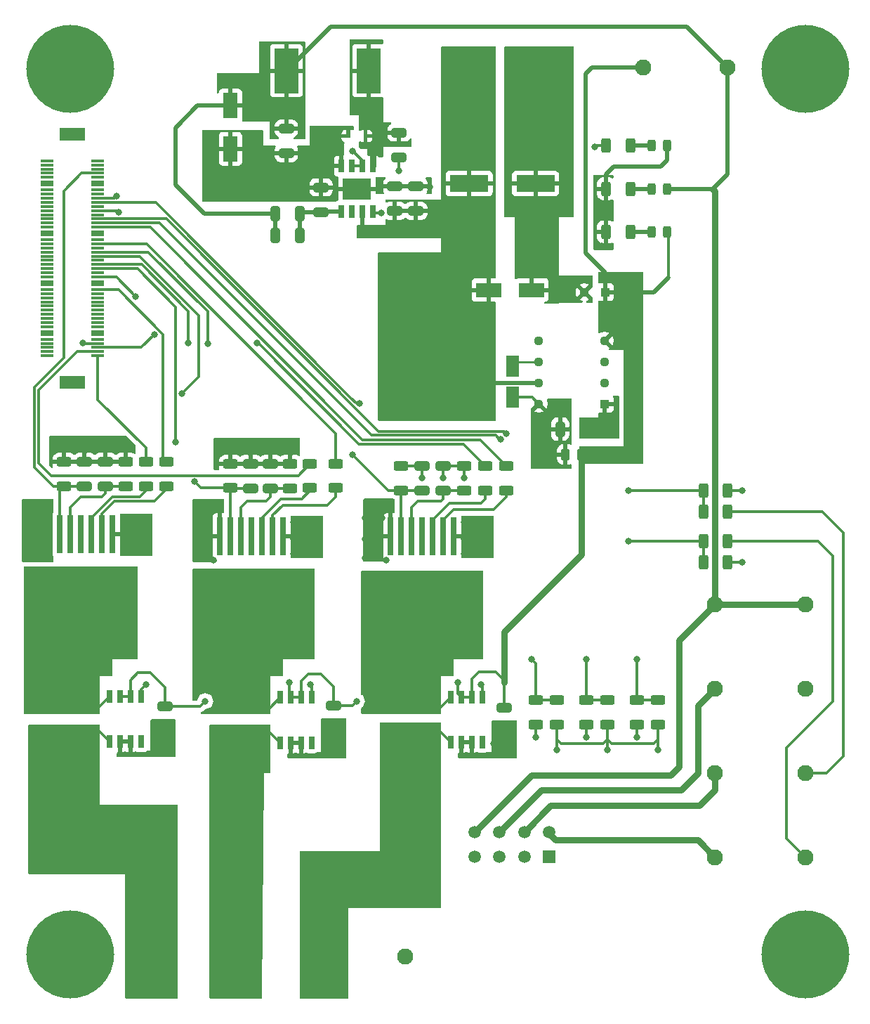
<source format=gbr>
%TF.GenerationSoftware,KiCad,Pcbnew,(6.0.9)*%
%TF.CreationDate,2023-03-24T12:27:37+01:00*%
%TF.ProjectId,twoLevelInverter,74776f4c-6576-4656-9c49-6e7665727465,rev?*%
%TF.SameCoordinates,Original*%
%TF.FileFunction,Copper,L1,Top*%
%TF.FilePolarity,Positive*%
%FSLAX46Y46*%
G04 Gerber Fmt 4.6, Leading zero omitted, Abs format (unit mm)*
G04 Created by KiCad (PCBNEW (6.0.9)) date 2023-03-24 12:27:37*
%MOMM*%
%LPD*%
G01*
G04 APERTURE LIST*
G04 Aperture macros list*
%AMRoundRect*
0 Rectangle with rounded corners*
0 $1 Rounding radius*
0 $2 $3 $4 $5 $6 $7 $8 $9 X,Y pos of 4 corners*
0 Add a 4 corners polygon primitive as box body*
4,1,4,$2,$3,$4,$5,$6,$7,$8,$9,$2,$3,0*
0 Add four circle primitives for the rounded corners*
1,1,$1+$1,$2,$3*
1,1,$1+$1,$4,$5*
1,1,$1+$1,$6,$7*
1,1,$1+$1,$8,$9*
0 Add four rect primitives between the rounded corners*
20,1,$1+$1,$2,$3,$4,$5,0*
20,1,$1+$1,$4,$5,$6,$7,0*
20,1,$1+$1,$6,$7,$8,$9,0*
20,1,$1+$1,$8,$9,$2,$3,0*%
G04 Aperture macros list end*
%TA.AperFunction,SMDPad,CuDef*%
%ADD10RoundRect,0.243750X-0.243750X-0.456250X0.243750X-0.456250X0.243750X0.456250X-0.243750X0.456250X0*%
%TD*%
%TA.AperFunction,SMDPad,CuDef*%
%ADD11RoundRect,0.243750X0.243750X0.456250X-0.243750X0.456250X-0.243750X-0.456250X0.243750X-0.456250X0*%
%TD*%
%TA.AperFunction,SMDPad,CuDef*%
%ADD12R,1.800000X3.050000*%
%TD*%
%TA.AperFunction,SMDPad,CuDef*%
%ADD13RoundRect,0.250000X0.650000X-0.325000X0.650000X0.325000X-0.650000X0.325000X-0.650000X-0.325000X0*%
%TD*%
%TA.AperFunction,SMDPad,CuDef*%
%ADD14RoundRect,0.250000X-0.625000X0.312500X-0.625000X-0.312500X0.625000X-0.312500X0.625000X0.312500X0*%
%TD*%
%TA.AperFunction,ComponentPad*%
%ADD15R,1.100000X1.100000*%
%TD*%
%TA.AperFunction,ComponentPad*%
%ADD16C,1.100000*%
%TD*%
%TA.AperFunction,SMDPad,CuDef*%
%ADD17R,0.700000X1.525000*%
%TD*%
%TA.AperFunction,SMDPad,CuDef*%
%ADD18R,3.450000X2.560000*%
%TD*%
%TA.AperFunction,SMDPad,CuDef*%
%ADD19RoundRect,0.250000X-0.650000X0.325000X-0.650000X-0.325000X0.650000X-0.325000X0.650000X0.325000X0*%
%TD*%
%TA.AperFunction,SMDPad,CuDef*%
%ADD20R,0.650000X1.525000*%
%TD*%
%TA.AperFunction,ComponentPad*%
%ADD21R,1.130000X1.130000*%
%TD*%
%TA.AperFunction,ComponentPad*%
%ADD22C,1.130000*%
%TD*%
%TA.AperFunction,ComponentPad*%
%ADD23C,0.900000*%
%TD*%
%TA.AperFunction,ComponentPad*%
%ADD24C,10.600000*%
%TD*%
%TA.AperFunction,ComponentPad*%
%ADD25C,1.950000*%
%TD*%
%TA.AperFunction,SMDPad,CuDef*%
%ADD26RoundRect,0.250000X0.625000X-0.312500X0.625000X0.312500X-0.625000X0.312500X-0.625000X-0.312500X0*%
%TD*%
%TA.AperFunction,SMDPad,CuDef*%
%ADD27R,1.600000X0.300000*%
%TD*%
%TA.AperFunction,SMDPad,CuDef*%
%ADD28R,3.100000X1.600000*%
%TD*%
%TA.AperFunction,SMDPad,CuDef*%
%ADD29R,1.600000X0.700000*%
%TD*%
%TA.AperFunction,SMDPad,CuDef*%
%ADD30R,0.800000X4.600000*%
%TD*%
%TA.AperFunction,SMDPad,CuDef*%
%ADD31R,10.800000X9.400000*%
%TD*%
%TA.AperFunction,SMDPad,CuDef*%
%ADD32RoundRect,0.250000X-0.250000X-0.475000X0.250000X-0.475000X0.250000X0.475000X-0.250000X0.475000X0*%
%TD*%
%TA.AperFunction,SMDPad,CuDef*%
%ADD33R,4.650000X2.050000*%
%TD*%
%TA.AperFunction,SMDPad,CuDef*%
%ADD34RoundRect,0.250000X0.312500X0.625000X-0.312500X0.625000X-0.312500X-0.625000X0.312500X-0.625000X0*%
%TD*%
%TA.AperFunction,SMDPad,CuDef*%
%ADD35RoundRect,0.250000X-0.325000X-0.650000X0.325000X-0.650000X0.325000X0.650000X-0.325000X0.650000X0*%
%TD*%
%TA.AperFunction,SMDPad,CuDef*%
%ADD36R,2.900000X5.400000*%
%TD*%
%TA.AperFunction,SMDPad,CuDef*%
%ADD37RoundRect,0.250000X-0.312500X-0.625000X0.312500X-0.625000X0.312500X0.625000X-0.312500X0.625000X0*%
%TD*%
%TA.AperFunction,SMDPad,CuDef*%
%ADD38R,3.050000X1.800000*%
%TD*%
%TA.AperFunction,SMDPad,CuDef*%
%ADD39R,1.500000X2.550000*%
%TD*%
%TA.AperFunction,SMDPad,CuDef*%
%ADD40R,0.600000X0.450000*%
%TD*%
%TA.AperFunction,ComponentPad*%
%ADD41R,1.520000X1.520000*%
%TD*%
%TA.AperFunction,ComponentPad*%
%ADD42C,1.520000*%
%TD*%
%TA.AperFunction,ViaPad*%
%ADD43C,0.800000*%
%TD*%
%TA.AperFunction,Conductor*%
%ADD44C,0.500000*%
%TD*%
%TA.AperFunction,Conductor*%
%ADD45C,0.300000*%
%TD*%
%TA.AperFunction,Conductor*%
%ADD46C,0.800000*%
%TD*%
%TA.AperFunction,Conductor*%
%ADD47C,0.250000*%
%TD*%
G04 APERTURE END LIST*
D10*
%TO.P,U14,1,K*%
%TO.N,Net-(U14-Pad1)*%
X224019500Y-66929000D03*
%TO.P,U14,2,A*%
%TO.N,+3V3*%
X225894500Y-66929000D03*
%TD*%
%TO.P,U1,1,K*%
%TO.N,Net-(U1-Pad1)*%
X224019500Y-61722000D03*
%TO.P,U1,2,A*%
%TO.N,+5V*%
X225894500Y-61722000D03*
%TD*%
D11*
%TO.P,D1,1,K*%
%TO.N,GND*%
X225894500Y-56515000D03*
%TO.P,D1,2,A*%
%TO.N,Net-(D1-Pad2)*%
X224019500Y-56515000D03*
%TD*%
D12*
%TO.P,C16,1*%
%TO.N,+5V*%
X173228000Y-51717000D03*
%TO.P,C16,2*%
%TO.N,GND*%
X173228000Y-56917000D03*
%TD*%
D13*
%TO.P,C11,2*%
%TO.N,GND*%
X195580000Y-61439000D03*
%TO.P,C11,1*%
%TO.N,+24V*%
X195580000Y-64389000D03*
%TD*%
D14*
%TO.P,R15,1*%
%TO.N,/HB3_IN*%
X206502000Y-95119000D03*
%TO.P,R15,2*%
%TO.N,Net-(IC7-Pad2)*%
X206502000Y-98044000D03*
%TD*%
D15*
%TO.P,C19,1*%
%TO.N,+3V3*%
X218400000Y-74168000D03*
D16*
%TO.P,C19,2*%
%TO.N,GND*%
X215900000Y-74168000D03*
%TD*%
D13*
%TO.P,C12,1*%
%TO.N,+24V*%
X193040000Y-64389000D03*
%TO.P,C12,2*%
%TO.N,GND*%
X193040000Y-61439000D03*
%TD*%
D17*
%TO.P,IC1,1,FB*%
%TO.N,Net-(C14-Pad2)*%
X186563000Y-64434000D03*
%TO.P,IC1,2,NC*%
%TO.N,unconnected-(IC1-Pad2)*%
X187833000Y-64434000D03*
%TO.P,IC1,3,VIN*%
%TO.N,+24V*%
X189103000Y-64434000D03*
%TO.P,IC1,4,BST*%
%TO.N,Net-(C13-Pad1)*%
X190373000Y-64434000D03*
%TO.P,IC1,5,SW*%
%TO.N,Net-(C13-Pad2)*%
X190373000Y-59010000D03*
%TO.P,IC1,6,DIM*%
%TO.N,/EN_5V*%
X189103000Y-59010000D03*
%TO.P,IC1,7,EN*%
X187833000Y-59010000D03*
%TO.P,IC1,8,GND*%
%TO.N,GND*%
X186563000Y-59010000D03*
D18*
%TO.P,IC1,9,EP*%
X188468000Y-61722000D03*
%TD*%
D19*
%TO.P,C6,1*%
%TO.N,GND*%
X178045200Y-94867000D03*
%TO.P,C6,2*%
%TO.N,Net-(C6-Pad2)*%
X178045200Y-97817000D03*
%TD*%
D13*
%TO.P,R18,1*%
%TO.N,Net-(C14-Pad2)*%
X184150000Y-64516000D03*
%TO.P,R18,2*%
%TO.N,GND*%
X184150000Y-61566000D03*
%TD*%
D19*
%TO.P,C15,1*%
%TO.N,+5V*%
X179959000Y-54483000D03*
%TO.P,C15,2*%
%TO.N,GND*%
X179959000Y-57433000D03*
%TD*%
D20*
%TO.P,IC2,1,IN-*%
%TO.N,/Phase_A*%
X158623000Y-128319000D03*
%TO.P,IC2,2,GND*%
%TO.N,GND*%
X159893000Y-128319000D03*
%TO.P,IC2,3,REF2*%
X161163000Y-128319000D03*
%TO.P,IC2,4,NC*%
%TO.N,unconnected-(IC2-Pad4)*%
X162433000Y-128319000D03*
%TO.P,IC2,5,OUT*%
%TO.N,/current_A*%
X162433000Y-122895000D03*
%TO.P,IC2,6,VS*%
%TO.N,+3V3*%
X161163000Y-122895000D03*
%TO.P,IC2,7,REF1*%
X159893000Y-122895000D03*
%TO.P,IC2,8,IN+*%
%TO.N,/driver/HB1_OUT*%
X158623000Y-122895000D03*
%TD*%
D14*
%TO.P,R12,1*%
%TO.N,GND*%
X193802000Y-95119000D03*
%TO.P,R12,2*%
%TO.N,/HB3_IS*%
X193802000Y-98044000D03*
%TD*%
D21*
%TO.P,IC8,1,CB*%
%TO.N,Net-(C17-Pad2)*%
X218346000Y-87630000D03*
D22*
%TO.P,IC8,2,NC_1*%
%TO.N,unconnected-(IC8-Pad2)*%
X218346000Y-85090000D03*
%TO.P,IC8,3,NC_2*%
%TO.N,unconnected-(IC8-Pad3)*%
X218346000Y-82550000D03*
%TO.P,IC8,4,FB*%
%TO.N,+3V3*%
X218346000Y-80010000D03*
%TO.P,IC8,5,ON/~{OFF}*%
%TO.N,unconnected-(IC8-Pad5)*%
X210406000Y-80010000D03*
%TO.P,IC8,6,GND*%
%TO.N,GND*%
X210406000Y-82550000D03*
%TO.P,IC8,7,VIN*%
%TO.N,+24V*%
X210406000Y-85090000D03*
%TO.P,IC8,8,VSW*%
%TO.N,Net-(C17-Pad1)*%
X210406000Y-87630000D03*
%TD*%
D23*
%TO.P,H3,1,1*%
%TO.N,GND*%
X245380749Y-151113251D03*
X245380749Y-156734749D03*
X239759251Y-156734749D03*
D24*
X242570000Y-153924000D03*
D23*
X238595000Y-153924000D03*
X242570000Y-157899000D03*
X242570000Y-149949000D03*
X246545000Y-153924000D03*
X239759251Y-151113251D03*
%TD*%
D25*
%TO.P,J3,1,Pin_1*%
%TO.N,/B_1*%
X242570000Y-142240000D03*
%TO.P,J3,2,Pin_2*%
%TO.N,/A_1*%
X242570000Y-132080000D03*
%TO.P,J3,3,Pin_3*%
%TO.N,GND*%
X242570000Y-121920000D03*
%TO.P,J3,4,Pin_4*%
%TO.N,+5V*%
X242570000Y-111760000D03*
%TD*%
D14*
%TO.P,R13,1*%
%TO.N,GND*%
X201422000Y-95119000D03*
%TO.P,R13,2*%
%TO.N,Net-(C10-Pad2)*%
X201422000Y-98044000D03*
%TD*%
%TO.P,R14,1*%
%TO.N,/HB3_INH*%
X203962000Y-95119000D03*
%TO.P,R14,2*%
%TO.N,Net-(IC7-Pad3)*%
X203962000Y-98044000D03*
%TD*%
D26*
%TO.P,R27,1*%
%TO.N,/HALL_C*%
X222250000Y-126238000D03*
%TO.P,R27,2*%
%TO.N,/HALL_C_3V3*%
X222250000Y-123313000D03*
%TD*%
D27*
%TO.P,J1,1,1*%
%TO.N,unconnected-(J1-Pad1)*%
X157228000Y-58354000D03*
%TO.P,J1,2,2*%
%TO.N,unconnected-(J1-Pad2)*%
X151128000Y-58354000D03*
%TO.P,J1,3,3*%
%TO.N,unconnected-(J1-Pad3)*%
X157228000Y-58854000D03*
%TO.P,J1,4,4*%
%TO.N,unconnected-(J1-Pad4)*%
X151128000Y-58854000D03*
%TO.P,J1,5,5*%
%TO.N,unconnected-(J1-Pad5)*%
X157228000Y-59354000D03*
%TO.P,J1,6,6*%
%TO.N,unconnected-(J1-Pad6)*%
X151128000Y-59354000D03*
%TO.P,J1,7,7*%
%TO.N,/HB1_IS*%
X157228000Y-59854000D03*
%TO.P,J1,8,8*%
%TO.N,unconnected-(J1-Pad8)*%
X151128000Y-59854000D03*
%TO.P,J1,9,9*%
%TO.N,unconnected-(J1-Pad9)*%
X157228000Y-60354000D03*
%TO.P,J1,10,10*%
%TO.N,unconnected-(J1-Pad10)*%
X151128000Y-60354000D03*
%TO.P,J1,11,11*%
%TO.N,unconnected-(J1-Pad11)*%
X157228000Y-61854000D03*
%TO.P,J1,12,12*%
%TO.N,unconnected-(J1-Pad12)*%
X151128000Y-61854000D03*
%TO.P,J1,13,13*%
%TO.N,unconnected-(J1-Pad13)*%
X157228000Y-62354000D03*
%TO.P,J1,14,14*%
%TO.N,unconnected-(J1-Pad14)*%
X151128000Y-62354000D03*
%TO.P,J1,15,15*%
%TO.N,/HB2_IS*%
X157228000Y-62854000D03*
%TO.P,J1,16,16*%
%TO.N,unconnected-(J1-Pad16)*%
X151128000Y-62854000D03*
%TO.P,J1,17,17*%
%TO.N,/HB3_IS*%
X157228000Y-63354000D03*
%TO.P,J1,18,18*%
%TO.N,unconnected-(J1-Pad18)*%
X151128000Y-63354000D03*
%TO.P,J1,19,19*%
%TO.N,unconnected-(J1-Pad19)*%
X157228000Y-63854000D03*
%TO.P,J1,20,20*%
%TO.N,unconnected-(J1-Pad20)*%
X151128000Y-63854000D03*
%TO.P,J1,21,21*%
%TO.N,/current_C*%
X157228000Y-64354000D03*
%TO.P,J1,22,22*%
%TO.N,unconnected-(J1-Pad22)*%
X151128000Y-64354000D03*
%TO.P,J1,23,23*%
%TO.N,unconnected-(J1-Pad23)*%
X157228000Y-64854000D03*
%TO.P,J1,24,24*%
%TO.N,unconnected-(J1-Pad24)*%
X151128000Y-64854000D03*
%TO.P,J1,25,25*%
%TO.N,/A_1_3V3*%
X157228000Y-65354000D03*
%TO.P,J1,26,26*%
%TO.N,unconnected-(J1-Pad26)*%
X151128000Y-65354000D03*
%TO.P,J1,27,27*%
%TO.N,/B_1_3V3*%
X157228000Y-65854000D03*
%TO.P,J1,28,28*%
%TO.N,unconnected-(J1-Pad28)*%
X151128000Y-65854000D03*
%TO.P,J1,29,29*%
%TO.N,/HB3_IN*%
X157228000Y-66354000D03*
%TO.P,J1,30,30*%
%TO.N,unconnected-(J1-Pad30)*%
X151128000Y-66354000D03*
%TO.P,J1,31,31*%
%TO.N,unconnected-(J1-Pad31)*%
X157228000Y-67854000D03*
%TO.P,J1,32,32*%
%TO.N,unconnected-(J1-Pad32)*%
X151128000Y-67854000D03*
%TO.P,J1,33,33*%
%TO.N,/HB2_IN*%
X157228000Y-68354000D03*
%TO.P,J1,34,34*%
%TO.N,unconnected-(J1-Pad34)*%
X151128000Y-68354000D03*
%TO.P,J1,35,35*%
%TO.N,unconnected-(J1-Pad35)*%
X157228000Y-68854000D03*
%TO.P,J1,36,36*%
%TO.N,unconnected-(J1-Pad36)*%
X151128000Y-68854000D03*
%TO.P,J1,37,37*%
%TO.N,/HALL_C_3V3*%
X157228000Y-69354000D03*
%TO.P,J1,38,38*%
%TO.N,unconnected-(J1-Pad38)*%
X151128000Y-69354000D03*
%TO.P,J1,39,39*%
%TO.N,/current_B*%
X157228000Y-69854000D03*
%TO.P,J1,40,40*%
%TO.N,unconnected-(J1-Pad40)*%
X151128000Y-69854000D03*
%TO.P,J1,41,41*%
%TO.N,unconnected-(J1-Pad41)*%
X157228000Y-70354000D03*
%TO.P,J1,42,42*%
%TO.N,unconnected-(J1-Pad42)*%
X151128000Y-70354000D03*
%TO.P,J1,43,43*%
%TO.N,/HALL_B_3V3*%
X157228000Y-70854000D03*
%TO.P,J1,44,44*%
%TO.N,unconnected-(J1-Pad44)*%
X151128000Y-70854000D03*
%TO.P,J1,45,45*%
%TO.N,/current_A*%
X157228000Y-71354000D03*
%TO.P,J1,46,46*%
%TO.N,unconnected-(J1-Pad46)*%
X151128000Y-71354000D03*
%TO.P,J1,47,47*%
%TO.N,unconnected-(J1-Pad47)*%
X157228000Y-71854000D03*
%TO.P,J1,48,48*%
%TO.N,unconnected-(J1-Pad48)*%
X151128000Y-71854000D03*
%TO.P,J1,49,49*%
%TO.N,/HALL_A_3V3*%
X157228000Y-72354000D03*
%TO.P,J1,50,50*%
%TO.N,unconnected-(J1-Pad50)*%
X151128000Y-72354000D03*
%TO.P,J1,51,51*%
%TO.N,/HB1_IN*%
X157228000Y-73854000D03*
%TO.P,J1,52,52*%
%TO.N,unconnected-(J1-Pad52)*%
X151128000Y-73854000D03*
%TO.P,J1,53,53*%
%TO.N,unconnected-(J1-Pad53)*%
X157228000Y-74354000D03*
%TO.P,J1,54,54*%
%TO.N,unconnected-(J1-Pad54)*%
X151128000Y-74354000D03*
%TO.P,J1,55,55*%
%TO.N,unconnected-(J1-Pad55)*%
X157228000Y-74854000D03*
%TO.P,J1,56,56*%
%TO.N,unconnected-(J1-Pad56)*%
X151128000Y-74854000D03*
%TO.P,J1,57,57*%
%TO.N,unconnected-(J1-Pad57)*%
X157228000Y-75354000D03*
%TO.P,J1,58,58*%
%TO.N,unconnected-(J1-Pad58)*%
X151128000Y-75354000D03*
%TO.P,J1,59,59*%
%TO.N,unconnected-(J1-Pad59)*%
X157228000Y-75854000D03*
%TO.P,J1,60,60*%
%TO.N,unconnected-(J1-Pad60)*%
X151128000Y-75854000D03*
%TO.P,J1,61,61*%
%TO.N,unconnected-(J1-Pad61)*%
X157228000Y-76354000D03*
%TO.P,J1,62,62*%
%TO.N,unconnected-(J1-Pad62)*%
X151128000Y-76354000D03*
%TO.P,J1,63,63*%
%TO.N,unconnected-(J1-Pad63)*%
X157228000Y-76854000D03*
%TO.P,J1,64,64*%
%TO.N,unconnected-(J1-Pad64)*%
X151128000Y-76854000D03*
%TO.P,J1,65,65*%
%TO.N,unconnected-(J1-Pad65)*%
X157228000Y-77354000D03*
%TO.P,J1,66,66*%
%TO.N,unconnected-(J1-Pad66)*%
X151128000Y-77354000D03*
%TO.P,J1,67,67*%
%TO.N,unconnected-(J1-Pad67)*%
X157228000Y-77854000D03*
%TO.P,J1,68,68*%
%TO.N,unconnected-(J1-Pad68)*%
X151128000Y-77854000D03*
%TO.P,J1,69,69*%
%TO.N,unconnected-(J1-Pad69)*%
X157228000Y-78354000D03*
%TO.P,J1,70,70*%
%TO.N,unconnected-(J1-Pad70)*%
X151128000Y-78354000D03*
%TO.P,J1,71,71*%
%TO.N,unconnected-(J1-Pad71)*%
X157228000Y-79854000D03*
%TO.P,J1,72,72*%
%TO.N,unconnected-(J1-Pad72)*%
X151128000Y-79854000D03*
%TO.P,J1,73,73*%
%TO.N,/EN_5V*%
X157228000Y-80354000D03*
%TO.P,J1,74,74*%
%TO.N,unconnected-(J1-Pad74)*%
X151128000Y-80354000D03*
%TO.P,J1,75,75*%
%TO.N,/HB3_INH*%
X157228000Y-80854000D03*
%TO.P,J1,76,76*%
%TO.N,unconnected-(J1-Pad76)*%
X151128000Y-80854000D03*
%TO.P,J1,77,77*%
%TO.N,/HB2_INH*%
X157228000Y-81354000D03*
%TO.P,J1,78,78*%
%TO.N,unconnected-(J1-Pad78)*%
X151128000Y-81354000D03*
%TO.P,J1,79,79*%
%TO.N,/HB1_INH*%
X157228000Y-81854000D03*
%TO.P,J1,80,80*%
%TO.N,unconnected-(J1-Pad80)*%
X151128000Y-81854000D03*
D28*
%TO.P,J1,G1,G1*%
%TO.N,unconnected-(J1-PadG1)*%
X154178000Y-55154000D03*
D29*
%TO.P,J1,G2,G2*%
%TO.N,unconnected-(J1-PadG2)*%
X151128000Y-61104000D03*
%TO.P,J1,G3,G3*%
%TO.N,unconnected-(J1-PadG3)*%
X151128000Y-67104000D03*
%TO.P,J1,G4,G4*%
%TO.N,unconnected-(J1-PadG4)*%
X151128000Y-73104000D03*
%TO.P,J1,G5,G5*%
%TO.N,unconnected-(J1-PadG5)*%
X151128000Y-79104000D03*
D28*
%TO.P,J1,G6,G6*%
%TO.N,unconnected-(J1-PadG6)*%
X154178000Y-85054000D03*
D29*
%TO.P,J1,G7,G7*%
%TO.N,unconnected-(J1-PadG7)*%
X157228000Y-79104000D03*
%TO.P,J1,G8,G8*%
%TO.N,unconnected-(J1-PadG8)*%
X157228000Y-73104000D03*
%TO.P,J1,G9,G9*%
%TO.N,unconnected-(J1-PadG9)*%
X157228000Y-67104000D03*
%TO.P,J1,G10,G10*%
%TO.N,unconnected-(J1-PadG10)*%
X157228000Y-61104000D03*
%TD*%
D30*
%TO.P,IC3,1,GND*%
%TO.N,GND*%
X159004000Y-103372000D03*
%TO.P,IC3,2,IN*%
%TO.N,Net-(IC3-Pad2)*%
X157734000Y-103372000D03*
%TO.P,IC3,3,INH*%
%TO.N,Net-(IC3-Pad3)*%
X156464000Y-103372000D03*
%TO.P,IC3,4,OUT_1*%
%TO.N,unconnected-(IC3-Pad4)*%
X155194000Y-103372000D03*
%TO.P,IC3,5,SR*%
%TO.N,Net-(C3-Pad2)*%
X153924000Y-103372000D03*
%TO.P,IC3,6,IS*%
%TO.N,/HB1_IS*%
X152654000Y-103372000D03*
%TO.P,IC3,7,VS*%
%TO.N,+24V*%
X151384000Y-103372000D03*
D31*
%TO.P,IC3,8,OUT_2*%
%TO.N,/driver/HB1_OUT*%
X155194000Y-112522000D03*
%TD*%
D32*
%TO.P,L2,1*%
%TO.N,Net-(C17-Pad1)*%
X213614000Y-93726000D03*
%TO.P,L2,2*%
%TO.N,+3V3*%
X215514000Y-93726000D03*
%TD*%
D33*
%TO.P,C9,1*%
%TO.N,+24V*%
X201994000Y-61087000D03*
%TO.P,C9,2*%
%TO.N,GND*%
X209994000Y-61087000D03*
%TD*%
D34*
%TO.P,R25,1*%
%TO.N,/B_1*%
X233172000Y-104140000D03*
%TO.P,R25,2*%
%TO.N,/B_1_3V3*%
X230247000Y-104140000D03*
%TD*%
D14*
%TO.P,R10,1*%
%TO.N,/HB2_IN*%
X185928000Y-94859500D03*
%TO.P,R10,2*%
%TO.N,Net-(IC5-Pad2)*%
X185928000Y-97784500D03*
%TD*%
D35*
%TO.P,C14,2*%
%TO.N,Net-(C14-Pad2)*%
X181610000Y-67310000D03*
%TO.P,C14,1*%
%TO.N,+5V*%
X178660000Y-67310000D03*
%TD*%
D14*
%TO.P,R8,1*%
%TO.N,GND*%
X180438800Y-94867000D03*
%TO.P,R8,2*%
%TO.N,Net-(C6-Pad2)*%
X180438800Y-97792000D03*
%TD*%
D36*
%TO.P,L1,1*%
%TO.N,Net-(C13-Pad2)*%
X189862000Y-47498000D03*
%TO.P,L1,2*%
%TO.N,+5V*%
X179962000Y-47498000D03*
%TD*%
D20*
%TO.P,IC4,1,IN-*%
%TO.N,/Phase_B*%
X179197000Y-128442000D03*
%TO.P,IC4,2,GND*%
%TO.N,GND*%
X180467000Y-128442000D03*
%TO.P,IC4,3,REF2*%
X181737000Y-128442000D03*
%TO.P,IC4,4,NC*%
%TO.N,unconnected-(IC4-Pad4)*%
X183007000Y-128442000D03*
%TO.P,IC4,5,OUT*%
%TO.N,/current_B*%
X183007000Y-123018000D03*
%TO.P,IC4,6,VS*%
%TO.N,+3V3*%
X181737000Y-123018000D03*
%TO.P,IC4,7,REF1*%
X180467000Y-123018000D03*
%TO.P,IC4,8,IN+*%
%TO.N,/driver/HB2_OUT*%
X179197000Y-123018000D03*
%TD*%
D14*
%TO.P,R24,1*%
%TO.N,/HALL_B_3V3*%
X218694000Y-123313000D03*
%TO.P,R24,2*%
%TO.N,GND*%
X218694000Y-126238000D03*
%TD*%
%TO.P,R5,1*%
%TO.N,/HB1_IN*%
X165481000Y-94611000D03*
%TO.P,R5,2*%
%TO.N,Net-(IC3-Pad2)*%
X165481000Y-97536000D03*
%TD*%
D37*
%TO.P,R1,1*%
%TO.N,+24V*%
X218501500Y-56515000D03*
%TO.P,R1,2*%
%TO.N,Net-(D1-Pad2)*%
X221426500Y-56515000D03*
%TD*%
D14*
%TO.P,R28,1*%
%TO.N,/HALL_C_3V3*%
X224790000Y-123313000D03*
%TO.P,R28,2*%
%TO.N,GND*%
X224790000Y-126238000D03*
%TD*%
D38*
%TO.P,C18,1*%
%TO.N,+24V*%
X204350000Y-73914000D03*
%TO.P,C18,2*%
%TO.N,GND*%
X209550000Y-73914000D03*
%TD*%
D19*
%TO.P,C4,1*%
%TO.N,+3V3*%
X185674000Y-123952000D03*
%TO.P,C4,2*%
%TO.N,GND*%
X185674000Y-126902000D03*
%TD*%
D26*
%TO.P,R6,2*%
%TO.N,/driver/HB1_OUT*%
X156210000Y-124206000D03*
%TO.P,R6,1*%
%TO.N,/Phase_A*%
X156210000Y-127131000D03*
%TD*%
D23*
%TO.P,H1,1,1*%
%TO.N,GND*%
X156734749Y-156734749D03*
X149949000Y-153924000D03*
X156734749Y-151113251D03*
X153924000Y-157899000D03*
X157899000Y-153924000D03*
X151113251Y-156734749D03*
D24*
X153924000Y-153924000D03*
D23*
X151113251Y-151113251D03*
X153924000Y-149949000D03*
%TD*%
D34*
%TO.P,U15,2*%
%TO.N,GND*%
X218501500Y-66929000D03*
%TO.P,U15,1*%
%TO.N,Net-(U14-Pad1)*%
X221426500Y-66929000D03*
%TD*%
D19*
%TO.P,C7,2*%
%TO.N,GND*%
X206248000Y-127172000D03*
%TO.P,C7,1*%
%TO.N,+3V3*%
X206248000Y-124222000D03*
%TD*%
D23*
%TO.P,H2,1,1*%
%TO.N,GND*%
X156734749Y-44433251D03*
X149949000Y-47244000D03*
D24*
X153924000Y-47244000D03*
D23*
X153924000Y-43269000D03*
X153924000Y-51219000D03*
X151113251Y-44433251D03*
X156734749Y-50054749D03*
X151113251Y-50054749D03*
X157899000Y-47244000D03*
%TD*%
D13*
%TO.P,C13,1*%
%TO.N,Net-(C13-Pad1)*%
X193548000Y-57912000D03*
%TO.P,C13,2*%
%TO.N,Net-(C13-Pad2)*%
X193548000Y-54962000D03*
%TD*%
D26*
%TO.P,R23,1*%
%TO.N,/HALL_B*%
X216154000Y-126238000D03*
%TO.P,R23,2*%
%TO.N,/HALL_B_3V3*%
X216154000Y-123313000D03*
%TD*%
%TO.P,R19,1*%
%TO.N,/HALL_A*%
X210058000Y-126238000D03*
%TO.P,R19,2*%
%TO.N,/HALL_A_3V3*%
X210058000Y-123313000D03*
%TD*%
D19*
%TO.P,C8,1*%
%TO.N,GND*%
X196342000Y-95119000D03*
%TO.P,C8,2*%
%TO.N,/HB3_IS*%
X196342000Y-98069000D03*
%TD*%
D25*
%TO.P,J4,1,Pin_1*%
%TO.N,/Phase_A*%
X163830000Y-154178000D03*
%TO.P,J4,2,Pin_2*%
%TO.N,/Phase_B*%
X173990000Y-154178000D03*
%TO.P,J4,3,Pin_3*%
%TO.N,/Phase_C*%
X184150000Y-154178000D03*
%TO.P,J4,4,Pin_4*%
%TO.N,GND*%
X194310000Y-154178000D03*
%TD*%
D14*
%TO.P,R7,1*%
%TO.N,GND*%
X173228000Y-94859500D03*
%TO.P,R7,2*%
%TO.N,/HB2_IS*%
X173228000Y-97784500D03*
%TD*%
D30*
%TO.P,IC7,1,GND*%
%TO.N,GND*%
X200152000Y-103626000D03*
%TO.P,IC7,2,IN*%
%TO.N,Net-(IC7-Pad2)*%
X198882000Y-103626000D03*
%TO.P,IC7,3,INH*%
%TO.N,Net-(IC7-Pad3)*%
X197612000Y-103626000D03*
%TO.P,IC7,4,OUT_1*%
%TO.N,unconnected-(IC7-Pad4)*%
X196342000Y-103626000D03*
%TO.P,IC7,5,SR*%
%TO.N,Net-(C10-Pad2)*%
X195072000Y-103626000D03*
%TO.P,IC7,6,IS*%
%TO.N,/HB3_IS*%
X193802000Y-103626000D03*
%TO.P,IC7,7,VS*%
%TO.N,+24V*%
X192532000Y-103626000D03*
D31*
%TO.P,IC7,8,OUT_2*%
%TO.N,/driver/HB3_OUT*%
X196342000Y-112776000D03*
%TD*%
D23*
%TO.P,H4,1,1*%
%TO.N,GND*%
X239759251Y-50054749D03*
X242570000Y-43269000D03*
X246545000Y-47244000D03*
D24*
X242570000Y-47244000D03*
D23*
X239759251Y-44433251D03*
X245380749Y-50054749D03*
X245380749Y-44433251D03*
X242570000Y-51219000D03*
X238595000Y-47244000D03*
%TD*%
D14*
%TO.P,R20,1*%
%TO.N,/HALL_A_3V3*%
X212598000Y-123313000D03*
%TO.P,R20,2*%
%TO.N,GND*%
X212598000Y-126238000D03*
%TD*%
D25*
%TO.P,J8,1,Pin_1*%
%TO.N,/HALL_A*%
X231648000Y-142240000D03*
%TO.P,J8,2,Pin_2*%
%TO.N,/HALL_B*%
X231648000Y-132080000D03*
%TO.P,J8,3,Pin_3*%
%TO.N,/HALL_C*%
X231648000Y-121920000D03*
%TO.P,J8,4,Pin_4*%
%TO.N,+5V*%
X231648000Y-111760000D03*
%TD*%
D14*
%TO.P,R9,1*%
%TO.N,/HB2_INH*%
X182802400Y-94859500D03*
%TO.P,R9,2*%
%TO.N,Net-(IC5-Pad3)*%
X182802400Y-97784500D03*
%TD*%
D25*
%TO.P,J5,1,Pin_1*%
%TO.N,+5V*%
X233172000Y-47117000D03*
%TO.P,J5,2,Pin_2*%
%TO.N,+3V3*%
X223012000Y-47117000D03*
%TO.P,J5,3,Pin_3*%
%TO.N,GND*%
X212852000Y-47117000D03*
%TO.P,J5,4,Pin_4*%
%TO.N,+24V*%
X202692000Y-47117000D03*
%TD*%
D19*
%TO.P,C1,1*%
%TO.N,+3V3*%
X165354000Y-124083000D03*
%TO.P,C1,2*%
%TO.N,GND*%
X165354000Y-127033000D03*
%TD*%
D37*
%TO.P,R26,2*%
%TO.N,GND*%
X233172000Y-106680000D03*
%TO.P,R26,1*%
%TO.N,/B_1_3V3*%
X230247000Y-106680000D03*
%TD*%
D26*
%TO.P,R16,1*%
%TO.N,/Phase_C*%
X197485000Y-127049000D03*
%TO.P,R16,2*%
%TO.N,/driver/HB3_OUT*%
X197485000Y-124124000D03*
%TD*%
D34*
%TO.P,R21,2*%
%TO.N,/A_1_3V3*%
X230247000Y-100584000D03*
%TO.P,R21,1*%
%TO.N,/A_1*%
X233172000Y-100584000D03*
%TD*%
D39*
%TO.P,D3,1,K*%
%TO.N,Net-(C17-Pad1)*%
X207264000Y-86858000D03*
%TO.P,D3,2,A*%
%TO.N,GND*%
X207264000Y-83058000D03*
%TD*%
D34*
%TO.P,U2,1*%
%TO.N,Net-(U1-Pad1)*%
X221426500Y-61722000D03*
%TO.P,U2,2*%
%TO.N,GND*%
X218501500Y-61722000D03*
%TD*%
D14*
%TO.P,R3,1*%
%TO.N,GND*%
X160601400Y-94611000D03*
%TO.P,R3,2*%
%TO.N,Net-(C3-Pad2)*%
X160601400Y-97536000D03*
%TD*%
D20*
%TO.P,IC6,1,IN-*%
%TO.N,/Phase_C*%
X199771000Y-128360000D03*
%TO.P,IC6,2,GND*%
%TO.N,GND*%
X201041000Y-128360000D03*
%TO.P,IC6,3,REF2*%
X202311000Y-128360000D03*
%TO.P,IC6,4,NC*%
%TO.N,unconnected-(IC6-Pad4)*%
X203581000Y-128360000D03*
%TO.P,IC6,5,OUT*%
%TO.N,/current_C*%
X203581000Y-122936000D03*
%TO.P,IC6,6,VS*%
%TO.N,+3V3*%
X202311000Y-122936000D03*
%TO.P,IC6,7,REF1*%
X201041000Y-122936000D03*
%TO.P,IC6,8,IN+*%
%TO.N,/driver/HB3_OUT*%
X199771000Y-122936000D03*
%TD*%
D26*
%TO.P,R11,1*%
%TO.N,/Phase_B*%
X176784000Y-127131000D03*
%TO.P,R11,2*%
%TO.N,/driver/HB2_OUT*%
X176784000Y-124206000D03*
%TD*%
D40*
%TO.P,D2,1,K*%
%TO.N,Net-(C13-Pad2)*%
X189518000Y-55372000D03*
%TO.P,D2,2,A*%
%TO.N,GND*%
X187418000Y-55372000D03*
%TD*%
D41*
%TO.P,J2,1,1*%
%TO.N,/Phase_C*%
X211667250Y-142192000D03*
D42*
%TO.P,J2,2,2*%
%TO.N,/Phase_B*%
X208667250Y-142192000D03*
%TO.P,J2,3,3*%
%TO.N,/Phase_A*%
X205667250Y-142192000D03*
%TO.P,J2,4,4*%
%TO.N,GND*%
X202667250Y-142192000D03*
%TO.P,J2,5,5*%
%TO.N,/HALL_A*%
X211667250Y-139192000D03*
%TO.P,J2,6,6*%
%TO.N,/HALL_B*%
X208667250Y-139192000D03*
%TO.P,J2,7,7*%
%TO.N,/HALL_C*%
X205667250Y-139192000D03*
%TO.P,J2,8,8*%
%TO.N,+5V*%
X202667250Y-139192000D03*
%TD*%
D14*
%TO.P,R2,1*%
%TO.N,GND*%
X153162000Y-94611000D03*
%TO.P,R2,2*%
%TO.N,/HB1_IS*%
X153162000Y-97536000D03*
%TD*%
D35*
%TO.P,C17,1*%
%TO.N,Net-(C17-Pad1)*%
X212979000Y-90678000D03*
%TO.P,C17,2*%
%TO.N,Net-(C17-Pad2)*%
X215929000Y-90678000D03*
%TD*%
D37*
%TO.P,R22,1*%
%TO.N,/A_1_3V3*%
X230247000Y-98044000D03*
%TO.P,R22,2*%
%TO.N,GND*%
X233172000Y-98044000D03*
%TD*%
D14*
%TO.P,R4,1*%
%TO.N,/HB1_INH*%
X163041200Y-94611000D03*
%TO.P,R4,2*%
%TO.N,Net-(IC3-Pad3)*%
X163041200Y-97536000D03*
%TD*%
D31*
%TO.P,IC5,8,OUT_2*%
%TO.N,/driver/HB2_OUT*%
X175768000Y-112776000D03*
D30*
%TO.P,IC5,7,VS*%
%TO.N,+24V*%
X171958000Y-103626000D03*
%TO.P,IC5,6,IS*%
%TO.N,/HB2_IS*%
X173228000Y-103626000D03*
%TO.P,IC5,5,SR*%
%TO.N,Net-(C6-Pad2)*%
X174498000Y-103626000D03*
%TO.P,IC5,4,OUT_1*%
%TO.N,unconnected-(IC5-Pad4)*%
X175768000Y-103626000D03*
%TO.P,IC5,3,INH*%
%TO.N,Net-(IC5-Pad3)*%
X177038000Y-103626000D03*
%TO.P,IC5,2,IN*%
%TO.N,Net-(IC5-Pad2)*%
X178308000Y-103626000D03*
%TO.P,IC5,1,GND*%
%TO.N,GND*%
X179578000Y-103626000D03*
%TD*%
D35*
%TO.P,R17,1*%
%TO.N,+5V*%
X178660000Y-64699000D03*
%TO.P,R17,2*%
%TO.N,Net-(C14-Pad2)*%
X181610000Y-64699000D03*
%TD*%
D19*
%TO.P,C3,1*%
%TO.N,GND*%
X158131600Y-94618500D03*
%TO.P,C3,2*%
%TO.N,Net-(C3-Pad2)*%
X158131600Y-97568500D03*
%TD*%
%TO.P,C10,1*%
%TO.N,GND*%
X198882000Y-95119000D03*
%TO.P,C10,2*%
%TO.N,Net-(C10-Pad2)*%
X198882000Y-98069000D03*
%TD*%
%TO.P,C2,1*%
%TO.N,GND*%
X155631800Y-94618500D03*
%TO.P,C2,2*%
%TO.N,/HB1_IS*%
X155631800Y-97568500D03*
%TD*%
%TO.P,C5,2*%
%TO.N,/HB2_IS*%
X175621600Y-97817000D03*
%TO.P,C5,1*%
%TO.N,GND*%
X175621600Y-94867000D03*
%TD*%
D43*
%TO.N,/HB2_IS*%
X168910000Y-97015500D03*
X159512000Y-62604500D03*
%TO.N,/HB3_IS*%
X188771424Y-87580576D03*
X187960000Y-93726000D03*
%TO.N,/EN_5V*%
X187960000Y-57150000D03*
X155448000Y-80264000D03*
%TO.N,/HB3_INH*%
X164062023Y-79269977D03*
X176453129Y-80340871D03*
%TO.N,/Phase_C*%
X184658000Y-156972000D03*
X186690000Y-156972000D03*
X182372000Y-156972000D03*
X186436000Y-152400000D03*
X184658000Y-158496000D03*
X186690000Y-158496000D03*
X182118000Y-152400000D03*
X182372000Y-158496000D03*
X184404000Y-152400000D03*
%TO.N,/Phase_B*%
X176276000Y-151638000D03*
X176276000Y-158242000D03*
X171450000Y-156464000D03*
X173990000Y-158242000D03*
X176276000Y-149352000D03*
X176276000Y-156464000D03*
X171450000Y-151638000D03*
X173990000Y-156464000D03*
X171450000Y-149352000D03*
X173990000Y-151638000D03*
X171450000Y-158242000D03*
X173990000Y-149352000D03*
%TO.N,/Phase_A*%
X165608000Y-150368000D03*
X161544000Y-156210000D03*
X163576000Y-150368000D03*
X161544000Y-150368000D03*
X161544000Y-147828000D03*
X163576000Y-156210000D03*
X163576000Y-145542000D03*
X165608000Y-145542000D03*
X165608000Y-158496000D03*
X161544000Y-158496000D03*
X165608000Y-156210000D03*
X163576000Y-147828000D03*
X163576000Y-158496000D03*
X161544000Y-145542000D03*
X165608000Y-147828000D03*
%TO.N,/HALL_A*%
X210058000Y-127762000D03*
%TO.N,/HALL_B*%
X216154000Y-127762000D03*
%TO.N,/HALL_C*%
X222250000Y-127762000D03*
%TO.N,GND*%
X155702000Y-92456000D03*
X182372000Y-103886000D03*
X184658000Y-128270000D03*
X163322000Y-103632000D03*
X176276000Y-60071000D03*
X164084000Y-129540000D03*
X184404000Y-56261000D03*
X207264000Y-128524000D03*
X207264000Y-129794000D03*
X183642000Y-103886000D03*
X180340000Y-92710000D03*
X224790000Y-129286000D03*
X170942000Y-56642000D03*
X166116000Y-128270000D03*
X213360000Y-54991000D03*
X162052000Y-105410000D03*
X208280000Y-57531000D03*
X186690000Y-129794000D03*
X183642000Y-105664000D03*
X160528000Y-105410000D03*
X202946000Y-101854000D03*
X210820000Y-57531000D03*
X198882000Y-96520000D03*
X201422000Y-101854000D03*
X160528000Y-101600000D03*
X201422000Y-105664000D03*
X171196000Y-60071000D03*
X218694000Y-129286000D03*
X211074000Y-49911000D03*
X191135000Y-61468000D03*
X178816000Y-62611000D03*
X210820000Y-52451000D03*
X204978000Y-128524000D03*
X204216000Y-103886000D03*
X181356000Y-60071000D03*
X166116000Y-129540000D03*
X182372000Y-101854000D03*
X201422000Y-96520000D03*
X217997500Y-68580000D03*
X201422000Y-103886000D03*
X176022000Y-56769000D03*
X202946000Y-103886000D03*
X153162000Y-92456000D03*
X178816000Y-60071000D03*
X180848000Y-105664000D03*
X204216000Y-105664000D03*
X217616500Y-63500000D03*
X160528000Y-103632000D03*
X213360000Y-49911000D03*
X162052000Y-101600000D03*
X202946000Y-105664000D03*
X162052000Y-103632000D03*
X184658000Y-129794000D03*
X180848000Y-101854000D03*
X160528000Y-92456000D03*
X183642000Y-101854000D03*
X204216000Y-101854000D03*
X176276000Y-62611000D03*
X171196000Y-62611000D03*
X163322000Y-105410000D03*
X186690000Y-128270000D03*
X164084000Y-128270000D03*
X197231000Y-61468000D03*
X173736000Y-62611000D03*
X158242000Y-92456000D03*
X173736000Y-60071000D03*
X217616500Y-65151000D03*
X180848000Y-103886000D03*
X173228000Y-92710000D03*
X182372000Y-105664000D03*
X208280000Y-49911000D03*
X234950000Y-98044000D03*
X212598000Y-129286000D03*
X208280000Y-54991000D03*
X204978000Y-129794000D03*
X213360000Y-57531000D03*
X213360000Y-52451000D03*
X163322000Y-101600000D03*
X184404000Y-58801000D03*
X178054000Y-92710000D03*
X181356000Y-62611000D03*
X234950000Y-106680000D03*
X210820000Y-54991000D03*
X196342000Y-96520000D03*
X175514000Y-92710000D03*
X208280000Y-52451000D03*
%TO.N,+24V*%
X204470000Y-86360000D03*
X191770000Y-78740000D03*
X191770000Y-99568000D03*
X191516000Y-101346000D03*
X196850000Y-81280000D03*
X151130000Y-100076000D03*
X169164000Y-99568000D03*
X194310000Y-88900000D03*
X196850000Y-88900000D03*
X199390000Y-86360000D03*
X191770000Y-88900000D03*
X199390000Y-83820000D03*
X191770000Y-86360000D03*
X204470000Y-81280000D03*
X191262000Y-104394000D03*
X189484000Y-106172000D03*
X192024000Y-106426000D03*
X201930000Y-57912000D03*
X150622000Y-106172000D03*
X194310000Y-83820000D03*
X196850000Y-83820000D03*
X201930000Y-78740000D03*
X149352000Y-104394000D03*
X199390000Y-88900000D03*
X170942000Y-99568000D03*
X189484000Y-103886000D03*
X201930000Y-81280000D03*
X191770000Y-83820000D03*
X199390000Y-81280000D03*
X169418000Y-103886000D03*
X191770000Y-81280000D03*
X204470000Y-83820000D03*
X189484000Y-101346000D03*
X170688000Y-102616000D03*
X196850000Y-86360000D03*
X204470000Y-78740000D03*
X194310000Y-78740000D03*
X204470000Y-88900000D03*
X169164000Y-101600000D03*
X201930000Y-88900000D03*
X189738000Y-99568000D03*
X169164000Y-106172000D03*
X194310000Y-86360000D03*
X199390000Y-78740000D03*
X149098000Y-100076000D03*
X148844000Y-106172000D03*
X194310000Y-81280000D03*
X149352000Y-102362000D03*
X201930000Y-86360000D03*
X201930000Y-83820000D03*
X196850000Y-78740000D03*
X171196000Y-106426000D03*
X217170000Y-56642000D03*
%TO.N,+3V3*%
X188468000Y-123444000D03*
X180340000Y-121158000D03*
X200660000Y-121158000D03*
X170180000Y-123444000D03*
%TO.N,Net-(C13-Pad1)*%
X191389000Y-64643000D03*
X193548000Y-59563000D03*
%TO.N,/current_A*%
X166636500Y-92202000D03*
X163068000Y-121412000D03*
%TO.N,/current_B*%
X167386000Y-86360000D03*
X182880000Y-121412000D03*
%TO.N,/current_C*%
X159766000Y-64516000D03*
X203454000Y-121412000D03*
%TO.N,/A_1_3V3*%
X206502000Y-91186000D03*
X221234000Y-98044000D03*
%TO.N,/B_1_3V3*%
X221234000Y-104140000D03*
X205795244Y-91935500D03*
%TO.N,/HALL_B_3V3*%
X216154000Y-118364000D03*
X168148000Y-80264000D03*
%TO.N,/HALL_A_3V3*%
X161798000Y-74676000D03*
X209550000Y-118364000D03*
%TO.N,/HALL_C_3V3*%
X222250000Y-118364000D03*
X170476403Y-80350357D03*
%TD*%
D44*
%TO.N,+3V3*%
X226060000Y-72390000D02*
X224282000Y-74168000D01*
D45*
X226060000Y-72390000D02*
X226060000Y-67094500D01*
X226060000Y-67094500D02*
X225894500Y-66929000D01*
D44*
X224282000Y-74168000D02*
X218400000Y-74168000D01*
%TO.N,GND*%
X219394500Y-59055000D02*
X225109500Y-59055000D01*
X225109500Y-59055000D02*
X225894500Y-58270000D01*
X225894500Y-58270000D02*
X225894500Y-56515000D01*
X218501500Y-59948000D02*
X219394500Y-59055000D01*
X218501500Y-61722000D02*
X218501500Y-59948000D01*
D45*
%TO.N,Net-(C6-Pad2)*%
X175260000Y-99314000D02*
X177546000Y-99314000D01*
X178045200Y-97817000D02*
X180413800Y-97817000D01*
X177546000Y-99314000D02*
X178045200Y-98814800D01*
X180413800Y-97817000D02*
X180438800Y-97792000D01*
X178045200Y-98814800D02*
X178045200Y-97817000D01*
X174498000Y-103626000D02*
X174498000Y-100076000D01*
X174498000Y-100076000D02*
X175260000Y-99314000D01*
%TO.N,Net-(IC3-Pad2)*%
X157734000Y-103372000D02*
X157734000Y-100838000D01*
X157734000Y-100838000D02*
X159258000Y-99314000D01*
X164084000Y-99314000D02*
X165481000Y-97917000D01*
X159258000Y-99314000D02*
X164084000Y-99314000D01*
X165481000Y-97917000D02*
X165481000Y-97536000D01*
%TO.N,Net-(IC3-Pad3)*%
X159004000Y-98806000D02*
X162306000Y-98806000D01*
X163041200Y-98070800D02*
X163041200Y-97536000D01*
X156464000Y-101346000D02*
X159004000Y-98806000D01*
X156464000Y-103372000D02*
X156464000Y-101346000D01*
X162306000Y-98806000D02*
X163041200Y-98070800D01*
%TO.N,/HB1_IS*%
X149606000Y-85598000D02*
X153162000Y-82042000D01*
X153162000Y-61976000D02*
X155284000Y-59854000D01*
X152654000Y-98044000D02*
X153162000Y-97536000D01*
X153162000Y-97536000D02*
X155599300Y-97536000D01*
X153162000Y-82042000D02*
X153162000Y-61976000D01*
X153162000Y-97536000D02*
X151892000Y-97536000D01*
X152654000Y-103372000D02*
X152654000Y-98044000D01*
X155284000Y-59854000D02*
X157228000Y-59854000D01*
X155599300Y-97536000D02*
X155631800Y-97568500D01*
X149606000Y-95250000D02*
X149606000Y-85598000D01*
X151892000Y-97536000D02*
X149606000Y-95250000D01*
%TO.N,/HB2_IS*%
X173228000Y-97784500D02*
X169679000Y-97784500D01*
X175596600Y-97792000D02*
X175621600Y-97817000D01*
X169679000Y-97784500D02*
X168910000Y-97015500D01*
X159512000Y-62604500D02*
X159262500Y-62854000D01*
X173228000Y-97792000D02*
X175596600Y-97792000D01*
X173228000Y-103626000D02*
X173228000Y-97792000D01*
X159262500Y-62854000D02*
X157228000Y-62854000D01*
%TO.N,/HB3_IS*%
X187706000Y-86868000D02*
X188418576Y-87580576D01*
X157228000Y-63354000D02*
X164192000Y-63354000D01*
X164192000Y-63354000D02*
X187706000Y-86868000D01*
X187960000Y-93726000D02*
X192278000Y-98044000D01*
X196317000Y-98044000D02*
X196342000Y-98069000D01*
X193802000Y-98044000D02*
X196317000Y-98044000D01*
X193802000Y-103626000D02*
X193802000Y-98044000D01*
X188418576Y-87580576D02*
X188771424Y-87580576D01*
X192278000Y-98044000D02*
X193802000Y-98044000D01*
%TO.N,/EN_5V*%
X189103000Y-58293000D02*
X187960000Y-57150000D01*
X187833000Y-59010000D02*
X189103000Y-59010000D01*
X155538000Y-80354000D02*
X155448000Y-80264000D01*
X189103000Y-59010000D02*
X189103000Y-58293000D01*
X157228000Y-80354000D02*
X155538000Y-80354000D01*
%TO.N,/HB3_INH*%
X157228000Y-80854000D02*
X160610000Y-80854000D01*
X160610000Y-80854000D02*
X162478000Y-80854000D01*
X201299000Y-92456000D02*
X203962000Y-95119000D01*
X176606871Y-80340871D02*
X188722000Y-92456000D01*
X162478000Y-80854000D02*
X164062023Y-79269977D01*
X188722000Y-92456000D02*
X201299000Y-92456000D01*
X176453129Y-80340871D02*
X176606871Y-80340871D01*
%TO.N,/HB2_INH*%
X151638000Y-96266000D02*
X150114000Y-94742000D01*
X154713784Y-81354000D02*
X157228000Y-81354000D01*
X181395900Y-96266000D02*
X151638000Y-96266000D01*
X150114000Y-85953784D02*
X154713784Y-81354000D01*
X182802400Y-94859500D02*
X181395900Y-96266000D01*
X150114000Y-94742000D02*
X150114000Y-85953784D01*
%TO.N,/HB1_INH*%
X157228000Y-87124000D02*
X157228000Y-81854000D01*
X163041200Y-94611000D02*
X163041200Y-92937200D01*
X163041200Y-92937200D02*
X157228000Y-87124000D01*
%TO.N,/Phase_C*%
X197485000Y-127049000D02*
X198460000Y-127049000D01*
X198460000Y-127049000D02*
X199771000Y-128360000D01*
%TO.N,/Phase_B*%
X176784000Y-127131000D02*
X177886000Y-127131000D01*
X177886000Y-127131000D02*
X179197000Y-128442000D01*
%TO.N,/Phase_A*%
X156210000Y-127131000D02*
X157435000Y-127131000D01*
X157435000Y-127131000D02*
X158623000Y-128319000D01*
D46*
%TO.N,/HALL_A*%
X211667250Y-139439000D02*
X212427250Y-140199000D01*
D45*
X210058000Y-126238000D02*
X210058000Y-127762000D01*
D46*
X229607000Y-140199000D02*
X231648000Y-142240000D01*
X212427250Y-140199000D02*
X229607000Y-140199000D01*
%TO.N,/HALL_B*%
X211842250Y-136017000D02*
X229743000Y-136017000D01*
X229743000Y-136017000D02*
X231648000Y-134112000D01*
D45*
X216154000Y-126238000D02*
X216154000Y-127762000D01*
D46*
X231648000Y-134112000D02*
X231648000Y-132080000D01*
X208667250Y-139192000D02*
X211842250Y-136017000D01*
D45*
%TO.N,/HALL_C*%
X222250000Y-126238000D02*
X222250000Y-127762000D01*
D46*
X205667250Y-139192000D02*
X210747250Y-134112000D01*
X210747250Y-134112000D02*
X227584000Y-134112000D01*
X227584000Y-134112000D02*
X229616000Y-132080000D01*
X229616000Y-123952000D02*
X231648000Y-121920000D01*
X229616000Y-132080000D02*
X229616000Y-123952000D01*
D45*
%TO.N,/B_1*%
X245872000Y-105918000D02*
X244094000Y-104140000D01*
X240284000Y-129032000D02*
X245872000Y-123444000D01*
X244094000Y-104140000D02*
X233172000Y-104140000D01*
X240284000Y-139954000D02*
X240284000Y-129032000D01*
X242570000Y-142240000D02*
X240284000Y-139954000D01*
X245872000Y-123444000D02*
X245872000Y-105918000D01*
%TO.N,/A_1*%
X244602000Y-100584000D02*
X247142000Y-103124000D01*
X247142000Y-130048000D02*
X245110000Y-132080000D01*
X247142000Y-103124000D02*
X247142000Y-130048000D01*
X233172000Y-100584000D02*
X244602000Y-100584000D01*
X245110000Y-132080000D02*
X242570000Y-132080000D01*
%TO.N,GND*%
X198882000Y-95119000D02*
X198882000Y-96520000D01*
X218694000Y-128016000D02*
X218694000Y-129286000D01*
D44*
X218501500Y-66929000D02*
X218501500Y-61722000D01*
D45*
X193802000Y-95119000D02*
X196342000Y-95119000D01*
X201422000Y-95119000D02*
X198882000Y-95119000D01*
X218694000Y-128016000D02*
X218694000Y-126238000D01*
X212598000Y-128016000D02*
X212598000Y-126238000D01*
X212598000Y-128016000D02*
X212598000Y-129286000D01*
X224282000Y-128524000D02*
X219202000Y-128524000D01*
X218694000Y-128016000D02*
X218186000Y-128524000D01*
X161163000Y-128319000D02*
X159893000Y-128319000D01*
X224790000Y-128016000D02*
X224790000Y-129286000D01*
X161163000Y-128319000D02*
X161118000Y-128319000D01*
X233172000Y-98044000D02*
X234950000Y-98044000D01*
X218186000Y-128524000D02*
X213106000Y-128524000D01*
X224790000Y-126238000D02*
X224790000Y-128016000D01*
D47*
X207772000Y-82550000D02*
X207264000Y-83058000D01*
D45*
X219202000Y-128524000D02*
X218694000Y-128016000D01*
X196342000Y-95119000D02*
X196342000Y-96520000D01*
X233172000Y-106680000D02*
X234950000Y-106680000D01*
X161118000Y-128319000D02*
X161036000Y-128401000D01*
X213106000Y-128524000D02*
X212598000Y-128016000D01*
X201422000Y-95119000D02*
X201422000Y-96520000D01*
X224790000Y-128016000D02*
X224282000Y-128524000D01*
D47*
X210406000Y-82550000D02*
X207772000Y-82550000D01*
D44*
%TO.N,+24V*%
X210406000Y-85090000D02*
X204978000Y-85090000D01*
D45*
X218501500Y-56515000D02*
X217297000Y-56515000D01*
D44*
X189103000Y-64434000D02*
X189103000Y-66548000D01*
D45*
X217297000Y-56515000D02*
X217170000Y-56642000D01*
D44*
X204978000Y-85090000D02*
X204343000Y-84455000D01*
D45*
%TO.N,+3V3*%
X181737000Y-123018000D02*
X181737000Y-121031000D01*
X181737000Y-121031000D02*
X182626000Y-120142000D01*
D46*
X206248000Y-115062000D02*
X206248000Y-121158000D01*
D45*
X163576000Y-120019000D02*
X165354000Y-121797000D01*
X159893000Y-122895000D02*
X161163000Y-122895000D01*
X161163000Y-120908000D02*
X162052000Y-120019000D01*
X184150000Y-120142000D02*
X185674000Y-121666000D01*
X201041000Y-122936000D02*
X202311000Y-122936000D01*
X185674000Y-121666000D02*
X185674000Y-123952000D01*
D44*
X216027000Y-69469000D02*
X218400000Y-71842000D01*
D45*
X206248000Y-121158000D02*
X206248000Y-124222000D01*
D44*
X216027000Y-47879000D02*
X216027000Y-69469000D01*
D46*
X215514000Y-93726000D02*
X215514000Y-105796000D01*
D45*
X165354000Y-124083000D02*
X169541000Y-124083000D01*
X187960000Y-123952000D02*
X188468000Y-123444000D01*
D46*
X215514000Y-105796000D02*
X206248000Y-115062000D01*
D45*
X185674000Y-123952000D02*
X187960000Y-123952000D01*
D44*
X216789000Y-47117000D02*
X216027000Y-47879000D01*
D45*
X202311000Y-120777000D02*
X203200000Y-119888000D01*
X169541000Y-124083000D02*
X170180000Y-123444000D01*
D44*
X223012000Y-47117000D02*
X216789000Y-47117000D01*
D45*
X203200000Y-119888000D02*
X205232000Y-119888000D01*
X162052000Y-120019000D02*
X163576000Y-120019000D01*
X206248000Y-120904000D02*
X206248000Y-124222000D01*
X161163000Y-122895000D02*
X161163000Y-120908000D01*
X200660000Y-121158000D02*
X200660000Y-122555000D01*
X206248000Y-120904000D02*
X206248000Y-121158000D01*
X165354000Y-121797000D02*
X165354000Y-124083000D01*
D44*
X218400000Y-71842000D02*
X218400000Y-74168000D01*
D45*
X181737000Y-123018000D02*
X180467000Y-123018000D01*
X202311000Y-122936000D02*
X202311000Y-120777000D01*
X180340000Y-122891000D02*
X180467000Y-123018000D01*
X200660000Y-122555000D02*
X201041000Y-122936000D01*
X182626000Y-120142000D02*
X184150000Y-120142000D01*
X205232000Y-119888000D02*
X206248000Y-120904000D01*
X180340000Y-121158000D02*
X180340000Y-122891000D01*
%TO.N,Net-(C3-Pad2)*%
X155194000Y-98806000D02*
X157734000Y-98806000D01*
X158131600Y-98408400D02*
X158131600Y-97568500D01*
X153924000Y-100076000D02*
X155194000Y-98806000D01*
X160568900Y-97568500D02*
X160601400Y-97536000D01*
X158131600Y-97568500D02*
X160568900Y-97568500D01*
X157734000Y-98806000D02*
X158131600Y-98408400D01*
X153924000Y-103372000D02*
X153924000Y-100076000D01*
%TO.N,Net-(C10-Pad2)*%
X195072000Y-103626000D02*
X195072000Y-100076000D01*
X195834000Y-99314000D02*
X198628000Y-99314000D01*
X198882000Y-98069000D02*
X201397000Y-98069000D01*
X195072000Y-100076000D02*
X195834000Y-99314000D01*
X198882000Y-99060000D02*
X198882000Y-98069000D01*
X198628000Y-99314000D02*
X198882000Y-99060000D01*
X201397000Y-98069000D02*
X201422000Y-98044000D01*
%TO.N,/driver/HB1_OUT*%
X157312000Y-124206000D02*
X158623000Y-122895000D01*
X156210000Y-124206000D02*
X157312000Y-124206000D01*
%TO.N,/driver/HB2_OUT*%
X178009000Y-124206000D02*
X179197000Y-123018000D01*
X176784000Y-124206000D02*
X178009000Y-124206000D01*
%TO.N,Net-(IC5-Pad3)*%
X181864000Y-99060000D02*
X182802400Y-98121600D01*
X177038000Y-101346000D02*
X179324000Y-99060000D01*
X179324000Y-99060000D02*
X181864000Y-99060000D01*
X177038000Y-103626000D02*
X177038000Y-101346000D01*
X182802400Y-98121600D02*
X182802400Y-97784500D01*
%TO.N,Net-(IC5-Pad2)*%
X185928000Y-98806000D02*
X185928000Y-97784500D01*
X184912000Y-99822000D02*
X185928000Y-98806000D01*
X178308000Y-103626000D02*
X178308000Y-101026000D01*
X179512000Y-99822000D02*
X184912000Y-99822000D01*
X178308000Y-101026000D02*
X179512000Y-99822000D01*
%TO.N,/driver/HB3_OUT*%
X198583000Y-124124000D02*
X199771000Y-122936000D01*
X197485000Y-124124000D02*
X198583000Y-124124000D01*
%TO.N,Net-(IC7-Pad3)*%
X203454000Y-99568000D02*
X203962000Y-99060000D01*
X203962000Y-99060000D02*
X203962000Y-98044000D01*
X197612000Y-103626000D02*
X197612000Y-101600000D01*
X197612000Y-101600000D02*
X199644000Y-99568000D01*
X199644000Y-99568000D02*
X203454000Y-99568000D01*
%TO.N,Net-(IC7-Pad2)*%
X198882000Y-103626000D02*
X198882000Y-101600000D01*
X204978000Y-100330000D02*
X206502000Y-98806000D01*
X200152000Y-100330000D02*
X204978000Y-100330000D01*
X198882000Y-101600000D02*
X200152000Y-100330000D01*
X206502000Y-98806000D02*
X206502000Y-98044000D01*
%TO.N,Net-(C13-Pad1)*%
X190582000Y-64643000D02*
X190373000Y-64434000D01*
X193548000Y-57912000D02*
X193548000Y-59563000D01*
X191389000Y-64643000D02*
X190582000Y-64643000D01*
D46*
%TO.N,Net-(C13-Pad2)*%
X190373000Y-59010000D02*
X190373000Y-57404000D01*
%TO.N,+5V*%
X209525250Y-132334000D02*
X226314000Y-132334000D01*
X202667250Y-139192000D02*
X209525250Y-132334000D01*
D44*
X185296000Y-42164000D02*
X179962000Y-47498000D01*
D46*
X226314000Y-132334000D02*
X227330000Y-131318000D01*
D44*
X233172000Y-59944000D02*
X233172000Y-47117000D01*
D46*
X227330000Y-116078000D02*
X231648000Y-111760000D01*
D44*
X226357000Y-61722000D02*
X231394000Y-61722000D01*
X233172000Y-47117000D02*
X228219000Y-42164000D01*
D46*
X231648000Y-111760000D02*
X242570000Y-111760000D01*
X231648000Y-61976000D02*
X231394000Y-61722000D01*
X231648000Y-111760000D02*
X231648000Y-61976000D01*
D44*
X169263000Y-51717000D02*
X173228000Y-51717000D01*
X178660000Y-64699000D02*
X178660000Y-67310000D01*
X166624000Y-54356000D02*
X169263000Y-51717000D01*
D46*
X227330000Y-131318000D02*
X227330000Y-116078000D01*
D44*
X231394000Y-61722000D02*
X233172000Y-59944000D01*
X228219000Y-42164000D02*
X185296000Y-42164000D01*
X178660000Y-64699000D02*
X170109000Y-64699000D01*
X170109000Y-64699000D02*
X166624000Y-61214000D01*
X166624000Y-61214000D02*
X166624000Y-54356000D01*
%TO.N,Net-(C14-Pad2)*%
X181793000Y-64516000D02*
X181610000Y-64699000D01*
X184150000Y-64516000D02*
X181793000Y-64516000D01*
X184232000Y-64434000D02*
X184150000Y-64516000D01*
X181610000Y-64699000D02*
X181610000Y-67310000D01*
X186563000Y-64434000D02*
X184232000Y-64434000D01*
D45*
%TO.N,Net-(C17-Pad1)*%
X207264000Y-86858000D02*
X209634000Y-86858000D01*
X209634000Y-86858000D02*
X210406000Y-87630000D01*
D44*
%TO.N,Net-(U1-Pad1)*%
X223557000Y-61722000D02*
X221426500Y-61722000D01*
%TO.N,Net-(D1-Pad2)*%
X223557000Y-56515000D02*
X221426500Y-56515000D01*
%TO.N,Net-(U14-Pad1)*%
X223557000Y-66929000D02*
X221426500Y-66929000D01*
D45*
%TO.N,/current_A*%
X162433000Y-122895000D02*
X162433000Y-122047000D01*
X162433000Y-122047000D02*
X163068000Y-121412000D01*
X166624000Y-92189500D02*
X166624000Y-75946000D01*
X166636500Y-92202000D02*
X166624000Y-92189500D01*
X166624000Y-75946000D02*
X162032000Y-71354000D01*
X162032000Y-71354000D02*
X157228000Y-71354000D01*
%TO.N,/current_B*%
X183007000Y-121539000D02*
X182880000Y-121412000D01*
X157228000Y-69854000D02*
X162310000Y-69854000D01*
X162310000Y-69854000D02*
X169418000Y-76962000D01*
X183007000Y-123018000D02*
X183007000Y-121539000D01*
X169418000Y-84328000D02*
X167386000Y-86360000D01*
X169418000Y-76962000D02*
X169418000Y-84328000D01*
%TO.N,/current_C*%
X203581000Y-122936000D02*
X203581000Y-121539000D01*
X159604000Y-64354000D02*
X159766000Y-64516000D01*
X203581000Y-121539000D02*
X203454000Y-121412000D01*
X157228000Y-64354000D02*
X159604000Y-64354000D01*
%TO.N,/A_1_3V3*%
X206502000Y-91186000D02*
X206248000Y-90932000D01*
X230247000Y-98044000D02*
X230247000Y-100584000D01*
X165484894Y-65354000D02*
X157228000Y-65354000D01*
X191062894Y-90932000D02*
X165484894Y-65354000D01*
X206248000Y-90932000D02*
X191062894Y-90932000D01*
X230247000Y-98044000D02*
X221234000Y-98044000D01*
%TO.N,/B_1_3V3*%
X205224000Y-91432000D02*
X190238000Y-91432000D01*
X205752500Y-91935500D02*
X205740000Y-91948000D01*
X205740000Y-91948000D02*
X205224000Y-91432000D01*
X190238000Y-91432000D02*
X164660000Y-65854000D01*
X230247000Y-104140000D02*
X230247000Y-106680000D01*
X205795244Y-91935500D02*
X205752500Y-91935500D01*
X164660000Y-65854000D02*
X157228000Y-65854000D01*
X230247000Y-104140000D02*
X221234000Y-104140000D01*
%TO.N,/HB3_IN*%
X189120213Y-91948000D02*
X163526213Y-66354000D01*
X206502000Y-95119000D02*
X203331000Y-91948000D01*
X203331000Y-91948000D02*
X189120213Y-91948000D01*
X163526213Y-66354000D02*
X157228000Y-66354000D01*
%TO.N,/HB2_IN*%
X163096000Y-68354000D02*
X157228000Y-68354000D01*
X185928000Y-94859500D02*
X185928000Y-91186000D01*
X185928000Y-91186000D02*
X163096000Y-68354000D01*
%TO.N,/HALL_B_3V3*%
X216154000Y-123313000D02*
X216154000Y-118364000D01*
X218694000Y-123313000D02*
X216154000Y-123313000D01*
X157228000Y-70854000D02*
X162548000Y-70854000D01*
X168148000Y-76454000D02*
X168148000Y-80264000D01*
X162548000Y-70854000D02*
X168148000Y-76454000D01*
%TO.N,/HALL_A_3V3*%
X161798000Y-74676000D02*
X159476000Y-72354000D01*
X212598000Y-123313000D02*
X210058000Y-123313000D01*
X159476000Y-72354000D02*
X157228000Y-72354000D01*
X210058000Y-118872000D02*
X209550000Y-118364000D01*
X210058000Y-123313000D02*
X210058000Y-118872000D01*
%TO.N,/HALL_C_3V3*%
X157228000Y-69354000D02*
X163334000Y-69354000D01*
X163334000Y-69354000D02*
X170476403Y-76496403D01*
X224790000Y-123313000D02*
X222250000Y-123313000D01*
X170476403Y-76496403D02*
X170476403Y-80350357D01*
X222250000Y-123313000D02*
X222250000Y-118364000D01*
%TO.N,/HB1_IN*%
X165100000Y-94230000D02*
X165100000Y-79248000D01*
X159706000Y-73854000D02*
X157228000Y-73854000D01*
X165481000Y-94611000D02*
X165100000Y-94230000D01*
X165100000Y-79248000D02*
X159706000Y-73854000D01*
%TD*%
%TA.AperFunction,Conductor*%
%TO.N,+24V*%
G36*
X205232000Y-72380000D02*
G01*
X205195095Y-72469095D01*
X205106000Y-72506000D01*
X204629065Y-72506000D01*
X204611341Y-72513341D01*
X204604000Y-72531065D01*
X204604000Y-75296935D01*
X204611341Y-75314659D01*
X204629065Y-75322000D01*
X205106000Y-75322000D01*
X205195095Y-75358905D01*
X205232000Y-75448000D01*
X205232000Y-89536000D01*
X205195095Y-89625095D01*
X205106000Y-89662000D01*
X191134000Y-89662000D01*
X191044905Y-89625095D01*
X191008000Y-89536000D01*
X191008000Y-74857845D01*
X202317000Y-74857845D01*
X202318207Y-74870099D01*
X202344055Y-75000044D01*
X202353368Y-75022529D01*
X202451860Y-75169931D01*
X202469069Y-75187140D01*
X202616471Y-75285632D01*
X202638956Y-75294945D01*
X202768901Y-75320793D01*
X202781155Y-75322000D01*
X204070935Y-75322000D01*
X204088659Y-75314659D01*
X204096000Y-75296935D01*
X204096000Y-74193065D01*
X204088659Y-74175341D01*
X204070935Y-74168000D01*
X202342065Y-74168000D01*
X202324341Y-74175341D01*
X202317000Y-74193065D01*
X202317000Y-74857845D01*
X191008000Y-74857845D01*
X191008000Y-73634935D01*
X202317000Y-73634935D01*
X202324341Y-73652659D01*
X202342065Y-73660000D01*
X204070935Y-73660000D01*
X204088659Y-73652659D01*
X204096000Y-73634935D01*
X204096000Y-72531065D01*
X204088659Y-72513341D01*
X204070935Y-72506000D01*
X202781155Y-72506000D01*
X202768901Y-72507207D01*
X202638956Y-72533055D01*
X202616471Y-72542368D01*
X202469069Y-72640860D01*
X202451860Y-72658069D01*
X202353368Y-72805471D01*
X202344055Y-72827956D01*
X202318207Y-72957901D01*
X202317000Y-72970155D01*
X202317000Y-73634935D01*
X191008000Y-73634935D01*
X191008000Y-69468000D01*
X191044905Y-69378905D01*
X191134000Y-69342000D01*
X205232000Y-69342000D01*
X205232000Y-72380000D01*
G37*
%TD.AperFunction*%
%TD*%
%TA.AperFunction,Conductor*%
%TO.N,+24V*%
G36*
X205195095Y-44613905D02*
G01*
X205232000Y-44703000D01*
X205232000Y-71882000D01*
X198628000Y-71882000D01*
X198628000Y-62155845D01*
X199161000Y-62155845D01*
X199162207Y-62168099D01*
X199188055Y-62298044D01*
X199197368Y-62320529D01*
X199295860Y-62467931D01*
X199313069Y-62485140D01*
X199460471Y-62583632D01*
X199482956Y-62592945D01*
X199612901Y-62618793D01*
X199625155Y-62620000D01*
X201714935Y-62620000D01*
X201732659Y-62612659D01*
X201740000Y-62594935D01*
X202248000Y-62594935D01*
X202255341Y-62612659D01*
X202273065Y-62620000D01*
X204362845Y-62620000D01*
X204375099Y-62618793D01*
X204505044Y-62592945D01*
X204527529Y-62583632D01*
X204674931Y-62485140D01*
X204692140Y-62467931D01*
X204790632Y-62320529D01*
X204799945Y-62298044D01*
X204825793Y-62168099D01*
X204827000Y-62155845D01*
X204827000Y-61366065D01*
X204819659Y-61348341D01*
X204801935Y-61341000D01*
X202273065Y-61341000D01*
X202255341Y-61348341D01*
X202248000Y-61366065D01*
X202248000Y-62594935D01*
X201740000Y-62594935D01*
X201740000Y-61366065D01*
X201732659Y-61348341D01*
X201714935Y-61341000D01*
X199186065Y-61341000D01*
X199168341Y-61348341D01*
X199161000Y-61366065D01*
X199161000Y-62155845D01*
X198628000Y-62155845D01*
X198628000Y-60807935D01*
X199161000Y-60807935D01*
X199168341Y-60825659D01*
X199186065Y-60833000D01*
X201714935Y-60833000D01*
X201732659Y-60825659D01*
X201740000Y-60807935D01*
X202248000Y-60807935D01*
X202255341Y-60825659D01*
X202273065Y-60833000D01*
X204801935Y-60833000D01*
X204819659Y-60825659D01*
X204827000Y-60807935D01*
X204827000Y-60018155D01*
X204825793Y-60005901D01*
X204799945Y-59875956D01*
X204790632Y-59853471D01*
X204692140Y-59706069D01*
X204674931Y-59688860D01*
X204527529Y-59590368D01*
X204505044Y-59581055D01*
X204375099Y-59555207D01*
X204362845Y-59554000D01*
X202273065Y-59554000D01*
X202255341Y-59561341D01*
X202248000Y-59579065D01*
X202248000Y-60807935D01*
X201740000Y-60807935D01*
X201740000Y-59579065D01*
X201732659Y-59561341D01*
X201714935Y-59554000D01*
X199625155Y-59554000D01*
X199612901Y-59555207D01*
X199482956Y-59581055D01*
X199460471Y-59590368D01*
X199313069Y-59688860D01*
X199295860Y-59706069D01*
X199197368Y-59853471D01*
X199188055Y-59875956D01*
X199162207Y-60005901D01*
X199161000Y-60018155D01*
X199161000Y-60807935D01*
X198628000Y-60807935D01*
X198628000Y-44703000D01*
X198664905Y-44613905D01*
X198754000Y-44577000D01*
X205106000Y-44577000D01*
X205195095Y-44613905D01*
G37*
%TD.AperFunction*%
%TD*%
%TA.AperFunction,Conductor*%
%TO.N,GND*%
G36*
X166587095Y-125643905D02*
G01*
X166624000Y-125733000D01*
X166624000Y-130053000D01*
X166587095Y-130142095D01*
X166498000Y-130179000D01*
X159638000Y-130179000D01*
X159548905Y-130142095D01*
X159512000Y-130053000D01*
X159512000Y-129715500D01*
X159548905Y-129626405D01*
X159594305Y-129607599D01*
X159590781Y-129599091D01*
X159631659Y-129582159D01*
X159639000Y-129564435D01*
X160147000Y-129564435D01*
X160154341Y-129582159D01*
X160172065Y-129589500D01*
X160261845Y-129589500D01*
X160274099Y-129588293D01*
X160404044Y-129562445D01*
X160426526Y-129553133D01*
X160457997Y-129532104D01*
X160552580Y-129513290D01*
X160598003Y-129532104D01*
X160629474Y-129553133D01*
X160651956Y-129562445D01*
X160781901Y-129588293D01*
X160794155Y-129589500D01*
X160883935Y-129589500D01*
X160901659Y-129582159D01*
X160909000Y-129564435D01*
X160909000Y-128598065D01*
X160901659Y-128580341D01*
X160883935Y-128573000D01*
X160172065Y-128573000D01*
X160154341Y-128580341D01*
X160147000Y-128598065D01*
X160147000Y-129564435D01*
X159639000Y-129564435D01*
X159639000Y-128191000D01*
X159675905Y-128101905D01*
X159765000Y-128065000D01*
X161291000Y-128065000D01*
X161380095Y-128101905D01*
X161417000Y-128191000D01*
X161417000Y-129564435D01*
X161424341Y-129582159D01*
X161442065Y-129589500D01*
X161531845Y-129589500D01*
X161544099Y-129588293D01*
X161674044Y-129562445D01*
X161696529Y-129553132D01*
X161727548Y-129532405D01*
X161822131Y-129513591D01*
X161867552Y-129532405D01*
X161899276Y-129553603D01*
X161899278Y-129553604D01*
X161909593Y-129560496D01*
X162057918Y-129590000D01*
X162808082Y-129590000D01*
X162956407Y-129560496D01*
X162966722Y-129553604D01*
X162966724Y-129553603D01*
X163114292Y-129455001D01*
X163124608Y-129448108D01*
X163125643Y-129449657D01*
X163204483Y-129417000D01*
X163576000Y-129417000D01*
X163576000Y-125733000D01*
X163612905Y-125643905D01*
X163702000Y-125607000D01*
X166498000Y-125607000D01*
X166587095Y-125643905D01*
G37*
%TD.AperFunction*%
%TD*%
%TA.AperFunction,Conductor*%
%TO.N,/Phase_C*%
G36*
X198624573Y-125987427D02*
G01*
X198628000Y-125995700D01*
X198628000Y-148324300D01*
X198624573Y-148332573D01*
X198616300Y-148336000D01*
X187452000Y-148336000D01*
X187452000Y-159246300D01*
X187448573Y-159254573D01*
X187440300Y-159258000D01*
X181621700Y-159258000D01*
X181613427Y-159254573D01*
X181610000Y-159246300D01*
X181610000Y-141489700D01*
X181613427Y-141481427D01*
X181621700Y-141478000D01*
X191262000Y-141478000D01*
X191262000Y-125995700D01*
X191265427Y-125987427D01*
X191273700Y-125984000D01*
X198616300Y-125984000D01*
X198624573Y-125987427D01*
G37*
%TD.AperFunction*%
%TD*%
%TA.AperFunction,Conductor*%
%TO.N,/driver/HB3_OUT*%
G36*
X203671095Y-107732905D02*
G01*
X203708000Y-107822000D01*
X203708000Y-118238000D01*
X203671095Y-118327095D01*
X203582000Y-118364000D01*
X200152000Y-118364000D01*
X200152000Y-120270000D01*
X200115095Y-120359095D01*
X200026000Y-120396000D01*
X198628000Y-120396000D01*
X198628000Y-124842000D01*
X198591095Y-124931095D01*
X198502000Y-124968000D01*
X189102000Y-124968000D01*
X189012905Y-124931095D01*
X188976000Y-124842000D01*
X188976000Y-124301124D01*
X189012905Y-124212029D01*
X189053782Y-124184715D01*
X189140182Y-124148927D01*
X189140183Y-124148926D01*
X189163336Y-124139336D01*
X189395439Y-123578989D01*
X189441762Y-123467155D01*
X189451353Y-123444000D01*
X189163336Y-122748664D01*
X189140183Y-122739074D01*
X189140182Y-122739073D01*
X189053782Y-122703285D01*
X188985591Y-122635094D01*
X188976000Y-122586876D01*
X188976000Y-107822000D01*
X189012905Y-107732905D01*
X189102000Y-107696000D01*
X203582000Y-107696000D01*
X203671095Y-107732905D01*
G37*
%TD.AperFunction*%
%TD*%
%TA.AperFunction,Conductor*%
%TO.N,GND*%
G36*
X204941095Y-101128905D02*
G01*
X204978000Y-101218000D01*
X204978000Y-106046000D01*
X204941095Y-106135095D01*
X204852000Y-106172000D01*
X201174551Y-106172000D01*
X201085456Y-106135095D01*
X201048551Y-106046000D01*
X201050972Y-106021418D01*
X201058793Y-105982099D01*
X201060000Y-105969845D01*
X201060000Y-103905065D01*
X201052659Y-103887341D01*
X201034935Y-103880000D01*
X200024000Y-103880000D01*
X199934905Y-103843095D01*
X199898000Y-103754000D01*
X199898000Y-103498000D01*
X199934905Y-103408905D01*
X200024000Y-103372000D01*
X201034935Y-103372000D01*
X201052659Y-103364659D01*
X201060000Y-103346935D01*
X201060000Y-101282155D01*
X201058793Y-101269901D01*
X201053359Y-101242582D01*
X201072173Y-101147998D01*
X201152356Y-101094421D01*
X201176938Y-101092000D01*
X204852000Y-101092000D01*
X204941095Y-101128905D01*
G37*
%TD.AperFunction*%
%TD*%
%TA.AperFunction,Conductor*%
%TO.N,/driver/HB2_OUT*%
G36*
X183351095Y-107478905D02*
G01*
X183388000Y-107568000D01*
X183388000Y-118238000D01*
X183351095Y-118327095D01*
X183262000Y-118364000D01*
X179578000Y-118364000D01*
X179578000Y-120270000D01*
X179541095Y-120359095D01*
X179452000Y-120396000D01*
X178054000Y-120396000D01*
X178054000Y-124842000D01*
X178017095Y-124931095D01*
X177928000Y-124968000D01*
X169758609Y-124968000D01*
X169669514Y-124931095D01*
X169632609Y-124842000D01*
X169669514Y-124752905D01*
X169710391Y-124725591D01*
X169789064Y-124693004D01*
X170044994Y-124586994D01*
X170082874Y-124495544D01*
X170151065Y-124427353D01*
X170170613Y-124423465D01*
X170180000Y-124427353D01*
X170875336Y-124139336D01*
X171163353Y-123444000D01*
X170875336Y-122748664D01*
X170180000Y-122460647D01*
X169484664Y-122748664D01*
X169475074Y-122771817D01*
X169236942Y-123346718D01*
X169168751Y-123414909D01*
X169120533Y-123424500D01*
X168782000Y-123424500D01*
X168692905Y-123387595D01*
X168656000Y-123298500D01*
X168656000Y-107568000D01*
X168692905Y-107478905D01*
X168782000Y-107442000D01*
X183262000Y-107442000D01*
X183351095Y-107478905D01*
G37*
%TD.AperFunction*%
%TD*%
%TA.AperFunction,Conductor*%
%TO.N,GND*%
G36*
X187161095Y-125512905D02*
G01*
X187198000Y-125602000D01*
X187198000Y-130176000D01*
X187161095Y-130265095D01*
X187072000Y-130302000D01*
X180212000Y-130302000D01*
X180122905Y-130265095D01*
X180086000Y-130176000D01*
X180086000Y-129838500D01*
X180122905Y-129749405D01*
X180168305Y-129730599D01*
X180164781Y-129722091D01*
X180205659Y-129705159D01*
X180213000Y-129687435D01*
X180721000Y-129687435D01*
X180728341Y-129705159D01*
X180746065Y-129712500D01*
X180835845Y-129712500D01*
X180848099Y-129711293D01*
X180978044Y-129685445D01*
X181000526Y-129676133D01*
X181031997Y-129655104D01*
X181126580Y-129636290D01*
X181172003Y-129655104D01*
X181203474Y-129676133D01*
X181225956Y-129685445D01*
X181355901Y-129711293D01*
X181368155Y-129712500D01*
X181457935Y-129712500D01*
X181475659Y-129705159D01*
X181483000Y-129687435D01*
X181483000Y-128721065D01*
X181475659Y-128703341D01*
X181457935Y-128696000D01*
X180746065Y-128696000D01*
X180728341Y-128703341D01*
X180721000Y-128721065D01*
X180721000Y-129687435D01*
X180213000Y-129687435D01*
X180213000Y-128314000D01*
X180249905Y-128224905D01*
X180339000Y-128188000D01*
X181865000Y-128188000D01*
X181954095Y-128224905D01*
X181991000Y-128314000D01*
X181991000Y-129687435D01*
X181998341Y-129705159D01*
X182016065Y-129712500D01*
X182105845Y-129712500D01*
X182118099Y-129711293D01*
X182248044Y-129685445D01*
X182270529Y-129676132D01*
X182301548Y-129655405D01*
X182396131Y-129636591D01*
X182441552Y-129655405D01*
X182473276Y-129676603D01*
X182473278Y-129676604D01*
X182483593Y-129683496D01*
X182631918Y-129713000D01*
X183382082Y-129713000D01*
X183530407Y-129683496D01*
X183540722Y-129676604D01*
X183540724Y-129676603D01*
X183688292Y-129578001D01*
X183698608Y-129571108D01*
X183699643Y-129572657D01*
X183778483Y-129540000D01*
X184150000Y-129540000D01*
X184150000Y-125602000D01*
X184186905Y-125512905D01*
X184276000Y-125476000D01*
X187072000Y-125476000D01*
X187161095Y-125512905D01*
G37*
%TD.AperFunction*%
%TD*%
%TA.AperFunction,Conductor*%
%TO.N,/Phase_A*%
G36*
X157443095Y-126274905D02*
G01*
X157480000Y-126364000D01*
X157480000Y-135890000D01*
X166752000Y-135890000D01*
X166841095Y-135926905D01*
X166878000Y-136016000D01*
X166878000Y-159132000D01*
X166841095Y-159221095D01*
X166752000Y-159258000D01*
X160654000Y-159258000D01*
X160564905Y-159221095D01*
X160528000Y-159132000D01*
X160528000Y-144272000D01*
X148970000Y-144272000D01*
X148880905Y-144235095D01*
X148844000Y-144146000D01*
X148844000Y-126364000D01*
X148880905Y-126274905D01*
X148970000Y-126238000D01*
X157354000Y-126238000D01*
X157443095Y-126274905D01*
G37*
%TD.AperFunction*%
%TD*%
%TA.AperFunction,Conductor*%
%TO.N,+3V3*%
G36*
X222975095Y-71791905D02*
G01*
X223012000Y-71881000D01*
X223012000Y-94743000D01*
X222975095Y-94832095D01*
X222886000Y-94869000D01*
X215391000Y-94869000D01*
X215301905Y-94832095D01*
X215265000Y-94743000D01*
X215265000Y-92836000D01*
X215301905Y-92746905D01*
X215391000Y-92710000D01*
X220599000Y-92710000D01*
X220599000Y-81153000D01*
X218977758Y-81153000D01*
X218888663Y-81116095D01*
X218851758Y-81027000D01*
X218872993Y-80956998D01*
X218894077Y-80925444D01*
X218892051Y-80915261D01*
X218075885Y-80099095D01*
X218038980Y-80010000D01*
X218715592Y-80010000D01*
X218722934Y-80027724D01*
X219245745Y-80550535D01*
X219263469Y-80557877D01*
X219273061Y-80553903D01*
X219349849Y-80438983D01*
X219359165Y-80416491D01*
X219437600Y-80022171D01*
X219437600Y-79997829D01*
X219359165Y-79603509D01*
X219349849Y-79581017D01*
X219277393Y-79472580D01*
X219261444Y-79461923D01*
X219251261Y-79463949D01*
X218722934Y-79992276D01*
X218715592Y-80010000D01*
X218038980Y-80010000D01*
X218075885Y-79920905D01*
X218886535Y-79110255D01*
X218893877Y-79092531D01*
X218889903Y-79082939D01*
X218774983Y-79006151D01*
X218752491Y-78996835D01*
X218358171Y-78918400D01*
X218333829Y-78918400D01*
X217939509Y-78996835D01*
X217917017Y-79006151D01*
X217747002Y-79119751D01*
X217652418Y-79138565D01*
X217572235Y-79084988D01*
X217551000Y-79014986D01*
X217551000Y-75330009D01*
X217587905Y-75240914D01*
X217677000Y-75204009D01*
X217701581Y-75206430D01*
X217793899Y-75224793D01*
X217806155Y-75226000D01*
X218120935Y-75226000D01*
X218138659Y-75218659D01*
X218146000Y-75200935D01*
X218654000Y-75200935D01*
X218661341Y-75218659D01*
X218679065Y-75226000D01*
X218993845Y-75226000D01*
X219006099Y-75224793D01*
X219136044Y-75198945D01*
X219158529Y-75189632D01*
X219305931Y-75091140D01*
X219323140Y-75073931D01*
X219421632Y-74926529D01*
X219430945Y-74904044D01*
X219456793Y-74774099D01*
X219458000Y-74761845D01*
X219458000Y-74447065D01*
X219450659Y-74429341D01*
X219432935Y-74422000D01*
X218679065Y-74422000D01*
X218661341Y-74429341D01*
X218654000Y-74447065D01*
X218654000Y-75200935D01*
X218146000Y-75200935D01*
X218146000Y-73888935D01*
X218654000Y-73888935D01*
X218661341Y-73906659D01*
X218679065Y-73914000D01*
X219432935Y-73914000D01*
X219450659Y-73906659D01*
X219458000Y-73888935D01*
X219458000Y-73574155D01*
X219456793Y-73561901D01*
X219430945Y-73431956D01*
X219421632Y-73409471D01*
X219323140Y-73262069D01*
X219305931Y-73244860D01*
X219158529Y-73146368D01*
X219136044Y-73137055D01*
X219006099Y-73111207D01*
X218993845Y-73110000D01*
X218679065Y-73110000D01*
X218661341Y-73117341D01*
X218654000Y-73135065D01*
X218654000Y-73888935D01*
X218146000Y-73888935D01*
X218146000Y-73135065D01*
X218138659Y-73117341D01*
X218120935Y-73110000D01*
X217806155Y-73110000D01*
X217793899Y-73111207D01*
X217701581Y-73129570D01*
X217606998Y-73110756D01*
X217553421Y-73030572D01*
X217551000Y-73005991D01*
X217551000Y-71881000D01*
X217587905Y-71791905D01*
X217677000Y-71755000D01*
X222886000Y-71755000D01*
X222975095Y-71791905D01*
G37*
%TD.AperFunction*%
%TD*%
%TA.AperFunction,Conductor*%
%TO.N,GND*%
G36*
X212852000Y-75439000D02*
G01*
X212815095Y-75528095D01*
X212726000Y-75565000D01*
X211182689Y-75565000D01*
X211093594Y-75528095D01*
X211056689Y-75439000D01*
X211093594Y-75349905D01*
X211158107Y-75315421D01*
X211261044Y-75294945D01*
X211283529Y-75285632D01*
X211430931Y-75187140D01*
X211448140Y-75169931D01*
X211546632Y-75022529D01*
X211555945Y-75000044D01*
X211581793Y-74870099D01*
X211583000Y-74857845D01*
X211583000Y-74193065D01*
X211575659Y-74175341D01*
X211557935Y-74168000D01*
X209422000Y-74168000D01*
X209332905Y-74131095D01*
X209296000Y-74042000D01*
X209296000Y-73634935D01*
X209804000Y-73634935D01*
X209811341Y-73652659D01*
X209829065Y-73660000D01*
X211557935Y-73660000D01*
X211575659Y-73652659D01*
X211583000Y-73634935D01*
X211583000Y-72970155D01*
X211581793Y-72957901D01*
X211555945Y-72827956D01*
X211546632Y-72805471D01*
X211448140Y-72658069D01*
X211430931Y-72640860D01*
X211283529Y-72542368D01*
X211261044Y-72533055D01*
X211131099Y-72507207D01*
X211118845Y-72506000D01*
X209829065Y-72506000D01*
X209811341Y-72513341D01*
X209804000Y-72531065D01*
X209804000Y-73634935D01*
X209296000Y-73634935D01*
X209296000Y-72531065D01*
X209288659Y-72513341D01*
X209270935Y-72506000D01*
X207981155Y-72506000D01*
X207968901Y-72507207D01*
X207838956Y-72533055D01*
X207816472Y-72542368D01*
X207714002Y-72610837D01*
X207619419Y-72629651D01*
X207539235Y-72576074D01*
X207518000Y-72506072D01*
X207518000Y-63627000D01*
X212852000Y-63627000D01*
X212852000Y-75439000D01*
G37*
%TD.AperFunction*%
%TD*%
%TA.AperFunction,Conductor*%
%TO.N,Net-(C13-Pad2)*%
G36*
X192578256Y-53757905D02*
G01*
X192615161Y-53847000D01*
X192578256Y-53936095D01*
X192559163Y-53951765D01*
X192361829Y-54083620D01*
X192344620Y-54100829D01*
X192190873Y-54330926D01*
X192181560Y-54353411D01*
X192141207Y-54556277D01*
X192140000Y-54568531D01*
X192140000Y-54682935D01*
X192147341Y-54700659D01*
X192165065Y-54708000D01*
X193676000Y-54708000D01*
X193765095Y-54744905D01*
X193802000Y-54834000D01*
X193802000Y-56019935D01*
X193809341Y-56037659D01*
X193827065Y-56045000D01*
X194266469Y-56045000D01*
X194278723Y-56043793D01*
X194481589Y-56003440D01*
X194504074Y-55994127D01*
X194734171Y-55840380D01*
X194751380Y-55823171D01*
X194841235Y-55688694D01*
X194921419Y-55635117D01*
X195016002Y-55653931D01*
X195069579Y-55734115D01*
X195072000Y-55758696D01*
X195072000Y-56516000D01*
X195035095Y-56605095D01*
X194946000Y-56642000D01*
X190881000Y-56642000D01*
X190881000Y-55355469D01*
X192140000Y-55355469D01*
X192141207Y-55367723D01*
X192181560Y-55570589D01*
X192190873Y-55593074D01*
X192344620Y-55823171D01*
X192361829Y-55840380D01*
X192591926Y-55994127D01*
X192614411Y-56003440D01*
X192817277Y-56043793D01*
X192829531Y-56045000D01*
X193268935Y-56045000D01*
X193286659Y-56037659D01*
X193294000Y-56019935D01*
X193294000Y-55241065D01*
X193286659Y-55223341D01*
X193268935Y-55216000D01*
X192165065Y-55216000D01*
X192147341Y-55223341D01*
X192140000Y-55241065D01*
X192140000Y-55355469D01*
X190881000Y-55355469D01*
X190881000Y-53721000D01*
X192489161Y-53721000D01*
X192578256Y-53757905D01*
G37*
%TD.AperFunction*%
%TD*%
%TA.AperFunction,Conductor*%
%TO.N,Net-(C17-Pad1)*%
G36*
X214339095Y-87027905D02*
G01*
X214376000Y-87117000D01*
X214376000Y-92445740D01*
X214339095Y-92534835D01*
X214250000Y-92571740D01*
X214179997Y-92550504D01*
X214170074Y-92543874D01*
X214147589Y-92534560D01*
X213944723Y-92494207D01*
X213932469Y-92493000D01*
X213893065Y-92493000D01*
X213875341Y-92500341D01*
X213868000Y-92518065D01*
X213868000Y-94933935D01*
X213875341Y-94951659D01*
X213893065Y-94959000D01*
X213932469Y-94959000D01*
X213944723Y-94957793D01*
X214147589Y-94917440D01*
X214170074Y-94908126D01*
X214179997Y-94901496D01*
X214274580Y-94882681D01*
X214354764Y-94936257D01*
X214376000Y-95006260D01*
X214376000Y-95374000D01*
X214339095Y-95463095D01*
X214250000Y-95500000D01*
X209549000Y-95500000D01*
X209459905Y-95463095D01*
X209423000Y-95374000D01*
X209423000Y-94269469D01*
X212606000Y-94269469D01*
X212607207Y-94281723D01*
X212647560Y-94484589D01*
X212656873Y-94507074D01*
X212810620Y-94737171D01*
X212827829Y-94754380D01*
X213057926Y-94908127D01*
X213080411Y-94917440D01*
X213283277Y-94957793D01*
X213295531Y-94959000D01*
X213334935Y-94959000D01*
X213352659Y-94951659D01*
X213360000Y-94933935D01*
X213360000Y-94005065D01*
X213352659Y-93987341D01*
X213334935Y-93980000D01*
X212631065Y-93980000D01*
X212613341Y-93987341D01*
X212606000Y-94005065D01*
X212606000Y-94269469D01*
X209423000Y-94269469D01*
X209423000Y-93446935D01*
X212606000Y-93446935D01*
X212613341Y-93464659D01*
X212631065Y-93472000D01*
X213334935Y-93472000D01*
X213352659Y-93464659D01*
X213360000Y-93446935D01*
X213360000Y-92518065D01*
X213352659Y-92500341D01*
X213334935Y-92493000D01*
X213295531Y-92493000D01*
X213283277Y-92494207D01*
X213080411Y-92534560D01*
X213057926Y-92543873D01*
X212827829Y-92697620D01*
X212810620Y-92714829D01*
X212656873Y-92944926D01*
X212647560Y-92967411D01*
X212607207Y-93170277D01*
X212606000Y-93182531D01*
X212606000Y-93446935D01*
X209423000Y-93446935D01*
X209423000Y-91396469D01*
X211896000Y-91396469D01*
X211897207Y-91408723D01*
X211937560Y-91611589D01*
X211946873Y-91634074D01*
X212100620Y-91864171D01*
X212117829Y-91881380D01*
X212347926Y-92035127D01*
X212370411Y-92044440D01*
X212573277Y-92084793D01*
X212585531Y-92086000D01*
X212699935Y-92086000D01*
X212717659Y-92078659D01*
X212725000Y-92060935D01*
X213233000Y-92060935D01*
X213240341Y-92078659D01*
X213258065Y-92086000D01*
X213372469Y-92086000D01*
X213384723Y-92084793D01*
X213587589Y-92044440D01*
X213610074Y-92035127D01*
X213840171Y-91881380D01*
X213857380Y-91864171D01*
X214011127Y-91634074D01*
X214020440Y-91611589D01*
X214060793Y-91408723D01*
X214062000Y-91396469D01*
X214062000Y-90957065D01*
X214054659Y-90939341D01*
X214036935Y-90932000D01*
X213258065Y-90932000D01*
X213240341Y-90939341D01*
X213233000Y-90957065D01*
X213233000Y-92060935D01*
X212725000Y-92060935D01*
X212725000Y-90957065D01*
X212717659Y-90939341D01*
X212699935Y-90932000D01*
X211921065Y-90932000D01*
X211903341Y-90939341D01*
X211896000Y-90957065D01*
X211896000Y-91396469D01*
X209423000Y-91396469D01*
X209423000Y-90398935D01*
X211896000Y-90398935D01*
X211903341Y-90416659D01*
X211921065Y-90424000D01*
X212699935Y-90424000D01*
X212717659Y-90416659D01*
X212725000Y-90398935D01*
X213233000Y-90398935D01*
X213240341Y-90416659D01*
X213258065Y-90424000D01*
X214036935Y-90424000D01*
X214054659Y-90416659D01*
X214062000Y-90398935D01*
X214062000Y-89959531D01*
X214060793Y-89947277D01*
X214020440Y-89744411D01*
X214011127Y-89721926D01*
X213857380Y-89491829D01*
X213840171Y-89474620D01*
X213610074Y-89320873D01*
X213587589Y-89311560D01*
X213384723Y-89271207D01*
X213372469Y-89270000D01*
X213258065Y-89270000D01*
X213240341Y-89277341D01*
X213233000Y-89295065D01*
X213233000Y-90398935D01*
X212725000Y-90398935D01*
X212725000Y-89295065D01*
X212717659Y-89277341D01*
X212699935Y-89270000D01*
X212585531Y-89270000D01*
X212573277Y-89271207D01*
X212370411Y-89311560D01*
X212347926Y-89320873D01*
X212117829Y-89474620D01*
X212100620Y-89491829D01*
X211946873Y-89721926D01*
X211937560Y-89744411D01*
X211897207Y-89947277D01*
X211896000Y-89959531D01*
X211896000Y-90398935D01*
X209423000Y-90398935D01*
X209423000Y-88547469D01*
X209858123Y-88547469D01*
X209862097Y-88557061D01*
X209977017Y-88633849D01*
X209999509Y-88643165D01*
X210393829Y-88721600D01*
X210418171Y-88721600D01*
X210812491Y-88643165D01*
X210834983Y-88633849D01*
X210943420Y-88561393D01*
X210954077Y-88545444D01*
X210952051Y-88535261D01*
X210423724Y-88006934D01*
X210406000Y-87999592D01*
X210388276Y-88006934D01*
X209865465Y-88529745D01*
X209858123Y-88547469D01*
X209423000Y-88547469D01*
X209423000Y-88294920D01*
X209459905Y-88205825D01*
X209478715Y-88195771D01*
X209478597Y-88195627D01*
X209492910Y-88183880D01*
X210316905Y-87359885D01*
X210406000Y-87322980D01*
X210495095Y-87359885D01*
X211305745Y-88170535D01*
X211323469Y-88177877D01*
X211333061Y-88173903D01*
X211409849Y-88058983D01*
X211419165Y-88036491D01*
X211497600Y-87642171D01*
X211497600Y-87617829D01*
X211419165Y-87223509D01*
X211409848Y-87201014D01*
X211400484Y-87187000D01*
X211381671Y-87092417D01*
X211435250Y-87012234D01*
X211505250Y-86991000D01*
X214250000Y-86991000D01*
X214339095Y-87027905D01*
G37*
%TD.AperFunction*%
%TD*%
%TA.AperFunction,Conductor*%
%TO.N,GND*%
G36*
X219357595Y-60107905D02*
G01*
X219394500Y-60197000D01*
X219394500Y-60337510D01*
X219357595Y-60426605D01*
X219268500Y-60463510D01*
X219198498Y-60442275D01*
X219120074Y-60389873D01*
X219097589Y-60380560D01*
X218894723Y-60340207D01*
X218882469Y-60339000D01*
X218780565Y-60339000D01*
X218762841Y-60346341D01*
X218755500Y-60364065D01*
X218755500Y-63079935D01*
X218762841Y-63097659D01*
X218780565Y-63105000D01*
X218882469Y-63105000D01*
X218894723Y-63103793D01*
X219097589Y-63063440D01*
X219120074Y-63054127D01*
X219198498Y-63001725D01*
X219293081Y-62982911D01*
X219373265Y-63036488D01*
X219394500Y-63106490D01*
X219394500Y-65544510D01*
X219357595Y-65633605D01*
X219268500Y-65670510D01*
X219198498Y-65649275D01*
X219120074Y-65596873D01*
X219097589Y-65587560D01*
X218894723Y-65547207D01*
X218882469Y-65546000D01*
X218780565Y-65546000D01*
X218762841Y-65553341D01*
X218755500Y-65571065D01*
X218755500Y-68286935D01*
X218762841Y-68304659D01*
X218780565Y-68312000D01*
X218882469Y-68312000D01*
X218894723Y-68310793D01*
X219097589Y-68270440D01*
X219120074Y-68261127D01*
X219198498Y-68208725D01*
X219293081Y-68189911D01*
X219373265Y-68243488D01*
X219394500Y-68313490D01*
X219394500Y-68962000D01*
X219357595Y-69051095D01*
X219268500Y-69088000D01*
X217107500Y-69088000D01*
X217018405Y-69051095D01*
X216981500Y-68962000D01*
X216981500Y-67622469D01*
X217431000Y-67622469D01*
X217432207Y-67634723D01*
X217472560Y-67837589D01*
X217481873Y-67860074D01*
X217635620Y-68090171D01*
X217652829Y-68107380D01*
X217882926Y-68261127D01*
X217905411Y-68270440D01*
X218108277Y-68310793D01*
X218120531Y-68312000D01*
X218222435Y-68312000D01*
X218240159Y-68304659D01*
X218247500Y-68286935D01*
X218247500Y-67208065D01*
X218240159Y-67190341D01*
X218222435Y-67183000D01*
X217456065Y-67183000D01*
X217438341Y-67190341D01*
X217431000Y-67208065D01*
X217431000Y-67622469D01*
X216981500Y-67622469D01*
X216981500Y-66649935D01*
X217431000Y-66649935D01*
X217438341Y-66667659D01*
X217456065Y-66675000D01*
X218222435Y-66675000D01*
X218240159Y-66667659D01*
X218247500Y-66649935D01*
X218247500Y-65571065D01*
X218240159Y-65553341D01*
X218222435Y-65546000D01*
X218120531Y-65546000D01*
X218108277Y-65547207D01*
X217905411Y-65587560D01*
X217882926Y-65596873D01*
X217652829Y-65750620D01*
X217635620Y-65767829D01*
X217481873Y-65997926D01*
X217472560Y-66020411D01*
X217432207Y-66223277D01*
X217431000Y-66235531D01*
X217431000Y-66649935D01*
X216981500Y-66649935D01*
X216981500Y-62415469D01*
X217431000Y-62415469D01*
X217432207Y-62427723D01*
X217472560Y-62630589D01*
X217481873Y-62653074D01*
X217635620Y-62883171D01*
X217652829Y-62900380D01*
X217882926Y-63054127D01*
X217905411Y-63063440D01*
X218108277Y-63103793D01*
X218120531Y-63105000D01*
X218222435Y-63105000D01*
X218240159Y-63097659D01*
X218247500Y-63079935D01*
X218247500Y-62001065D01*
X218240159Y-61983341D01*
X218222435Y-61976000D01*
X217456065Y-61976000D01*
X217438341Y-61983341D01*
X217431000Y-62001065D01*
X217431000Y-62415469D01*
X216981500Y-62415469D01*
X216981500Y-61442935D01*
X217431000Y-61442935D01*
X217438341Y-61460659D01*
X217456065Y-61468000D01*
X218222435Y-61468000D01*
X218240159Y-61460659D01*
X218247500Y-61442935D01*
X218247500Y-60364065D01*
X218240159Y-60346341D01*
X218222435Y-60339000D01*
X218120531Y-60339000D01*
X218108277Y-60340207D01*
X217905411Y-60380560D01*
X217882926Y-60389873D01*
X217652829Y-60543620D01*
X217635620Y-60560829D01*
X217481873Y-60790926D01*
X217472560Y-60813411D01*
X217432207Y-61016277D01*
X217431000Y-61028531D01*
X217431000Y-61442935D01*
X216981500Y-61442935D01*
X216981500Y-60197000D01*
X217018405Y-60107905D01*
X217107500Y-60071000D01*
X219268500Y-60071000D01*
X219357595Y-60107905D01*
G37*
%TD.AperFunction*%
%TD*%
%TA.AperFunction,Conductor*%
%TO.N,Net-(C17-Pad2)*%
G36*
X220054095Y-86650905D02*
G01*
X220091000Y-86740000D01*
X220091000Y-91695000D01*
X220054095Y-91784095D01*
X219965000Y-91821000D01*
X215391000Y-91821000D01*
X215301905Y-91784095D01*
X215265000Y-91695000D01*
X215265000Y-89407000D01*
X215301905Y-89317905D01*
X215391000Y-89281000D01*
X217551000Y-89281000D01*
X217551000Y-88820734D01*
X217587905Y-88731639D01*
X217677000Y-88694734D01*
X217701580Y-88697155D01*
X217724896Y-88701793D01*
X217737155Y-88703000D01*
X218066935Y-88703000D01*
X218084659Y-88695659D01*
X218092000Y-88677935D01*
X218600000Y-88677935D01*
X218607341Y-88695659D01*
X218625065Y-88703000D01*
X218954845Y-88703000D01*
X218967099Y-88701793D01*
X219097044Y-88675945D01*
X219119529Y-88666632D01*
X219266931Y-88568140D01*
X219284140Y-88550931D01*
X219382632Y-88403529D01*
X219391945Y-88381044D01*
X219417793Y-88251099D01*
X219419000Y-88238845D01*
X219419000Y-87909065D01*
X219411659Y-87891341D01*
X219393935Y-87884000D01*
X218625065Y-87884000D01*
X218607341Y-87891341D01*
X218600000Y-87909065D01*
X218600000Y-88677935D01*
X218092000Y-88677935D01*
X218092000Y-87502000D01*
X218128905Y-87412905D01*
X218218000Y-87376000D01*
X219393935Y-87376000D01*
X219411659Y-87368659D01*
X219419000Y-87350935D01*
X219419000Y-87021155D01*
X219417793Y-87008901D01*
X219391945Y-86878956D01*
X219382632Y-86856471D01*
X219351582Y-86810002D01*
X219332768Y-86715418D01*
X219386345Y-86635235D01*
X219456347Y-86614000D01*
X219965000Y-86614000D01*
X220054095Y-86650905D01*
G37*
%TD.AperFunction*%
%TD*%
%TA.AperFunction,Conductor*%
%TO.N,GND*%
G36*
X188050095Y-54138905D02*
G01*
X188087000Y-54228000D01*
X188087000Y-54553266D01*
X188050095Y-54642361D01*
X187961000Y-54679266D01*
X187912780Y-54669674D01*
X187904041Y-54666054D01*
X187774099Y-54640207D01*
X187761845Y-54639000D01*
X187668065Y-54639000D01*
X187650341Y-54646341D01*
X187643000Y-54664065D01*
X187643000Y-55471000D01*
X187606095Y-55560095D01*
X187517000Y-55597000D01*
X186635065Y-55597000D01*
X186617341Y-55604341D01*
X186610000Y-55622065D01*
X186610000Y-55640845D01*
X186611207Y-55653099D01*
X186637055Y-55783044D01*
X186646368Y-55805529D01*
X186744860Y-55952931D01*
X186762069Y-55970140D01*
X186919788Y-56075525D01*
X186916056Y-56081110D01*
X186967601Y-56132656D01*
X186967599Y-56229091D01*
X186954381Y-56261000D01*
X186944000Y-56261000D01*
X186944000Y-57613500D01*
X186907095Y-57702595D01*
X186861695Y-57721401D01*
X186865219Y-57729909D01*
X186824341Y-57746841D01*
X186817000Y-57764565D01*
X186817000Y-59138000D01*
X186780095Y-59227095D01*
X186691000Y-59264000D01*
X185730065Y-59264000D01*
X185712341Y-59271341D01*
X185705000Y-59289065D01*
X185705000Y-59816345D01*
X185706207Y-59828599D01*
X185732055Y-59958544D01*
X185741368Y-59981029D01*
X185839860Y-60128431D01*
X185857069Y-60145640D01*
X186004471Y-60244132D01*
X186026957Y-60253446D01*
X186133582Y-60274655D01*
X186213765Y-60328232D01*
X186235000Y-60398234D01*
X186235000Y-61442935D01*
X186242341Y-61460659D01*
X186260065Y-61468000D01*
X190675935Y-61468000D01*
X190693659Y-61460659D01*
X190701000Y-61442935D01*
X190701000Y-60451000D01*
X190737905Y-60361905D01*
X190827000Y-60325000D01*
X191791093Y-60325000D01*
X191880188Y-60361905D01*
X191917093Y-60451000D01*
X191880188Y-60540095D01*
X191861095Y-60555765D01*
X191853829Y-60560620D01*
X191836620Y-60577829D01*
X191682873Y-60807926D01*
X191673560Y-60830411D01*
X191633207Y-61033277D01*
X191632000Y-61045531D01*
X191632000Y-61159935D01*
X191639341Y-61177659D01*
X191657065Y-61185000D01*
X196962935Y-61185000D01*
X196980659Y-61177659D01*
X196988000Y-61159935D01*
X196988000Y-61045531D01*
X196986793Y-61033277D01*
X196946440Y-60830411D01*
X196937127Y-60807926D01*
X196783380Y-60577829D01*
X196766171Y-60560620D01*
X196758905Y-60555765D01*
X196705328Y-60475581D01*
X196724142Y-60380998D01*
X196804326Y-60327421D01*
X196828907Y-60325000D01*
X197359000Y-60325000D01*
X197448095Y-60361905D01*
X197485000Y-60451000D01*
X197485000Y-62231000D01*
X197448095Y-62320095D01*
X197359000Y-62357000D01*
X196981138Y-62357000D01*
X196892043Y-62320095D01*
X196855138Y-62231000D01*
X196876373Y-62160998D01*
X196937127Y-62070074D01*
X196946440Y-62047589D01*
X196986793Y-61844723D01*
X196988000Y-61832469D01*
X196988000Y-61718065D01*
X196980659Y-61700341D01*
X196962935Y-61693000D01*
X191657065Y-61693000D01*
X191639341Y-61700341D01*
X191632000Y-61718065D01*
X191632000Y-61832469D01*
X191633207Y-61844723D01*
X191673560Y-62047589D01*
X191682873Y-62070074D01*
X191743627Y-62160998D01*
X191762441Y-62255581D01*
X191708864Y-62335765D01*
X191638862Y-62357000D01*
X190881000Y-62357000D01*
X190881000Y-62367381D01*
X190875219Y-62369776D01*
X190778783Y-62369777D01*
X190710592Y-62301587D01*
X190701000Y-62253368D01*
X190701000Y-62001065D01*
X190693659Y-61983341D01*
X190675935Y-61976000D01*
X186260065Y-61976000D01*
X186242341Y-61983341D01*
X186235000Y-62001065D01*
X186235000Y-63045256D01*
X186198095Y-63134351D01*
X186133582Y-63168835D01*
X186026764Y-63190083D01*
X186014593Y-63192504D01*
X185966310Y-63224766D01*
X185896310Y-63246000D01*
X169925000Y-63246000D01*
X169835905Y-63209095D01*
X169799000Y-63120000D01*
X169799000Y-61959469D01*
X182742000Y-61959469D01*
X182743207Y-61971723D01*
X182783560Y-62174589D01*
X182792873Y-62197074D01*
X182946620Y-62427171D01*
X182963829Y-62444380D01*
X183193926Y-62598127D01*
X183216411Y-62607440D01*
X183419277Y-62647793D01*
X183431531Y-62649000D01*
X183870935Y-62649000D01*
X183888659Y-62641659D01*
X183896000Y-62623935D01*
X184404000Y-62623935D01*
X184411341Y-62641659D01*
X184429065Y-62649000D01*
X184868469Y-62649000D01*
X184880723Y-62647793D01*
X185083589Y-62607440D01*
X185106074Y-62598127D01*
X185336171Y-62444380D01*
X185353380Y-62427171D01*
X185507127Y-62197074D01*
X185516440Y-62174589D01*
X185556793Y-61971723D01*
X185558000Y-61959469D01*
X185558000Y-61845065D01*
X185550659Y-61827341D01*
X185532935Y-61820000D01*
X184429065Y-61820000D01*
X184411341Y-61827341D01*
X184404000Y-61845065D01*
X184404000Y-62623935D01*
X183896000Y-62623935D01*
X183896000Y-61845065D01*
X183888659Y-61827341D01*
X183870935Y-61820000D01*
X182767065Y-61820000D01*
X182749341Y-61827341D01*
X182742000Y-61845065D01*
X182742000Y-61959469D01*
X169799000Y-61959469D01*
X169799000Y-61286935D01*
X182742000Y-61286935D01*
X182749341Y-61304659D01*
X182767065Y-61312000D01*
X183870935Y-61312000D01*
X183888659Y-61304659D01*
X183896000Y-61286935D01*
X184404000Y-61286935D01*
X184411341Y-61304659D01*
X184429065Y-61312000D01*
X185532935Y-61312000D01*
X185550659Y-61304659D01*
X185558000Y-61286935D01*
X185558000Y-61172531D01*
X185556793Y-61160277D01*
X185516440Y-60957411D01*
X185507127Y-60934926D01*
X185353380Y-60704829D01*
X185336171Y-60687620D01*
X185106074Y-60533873D01*
X185083589Y-60524560D01*
X184880723Y-60484207D01*
X184868469Y-60483000D01*
X184429065Y-60483000D01*
X184411341Y-60490341D01*
X184404000Y-60508065D01*
X184404000Y-61286935D01*
X183896000Y-61286935D01*
X183896000Y-60508065D01*
X183888659Y-60490341D01*
X183870935Y-60483000D01*
X183431531Y-60483000D01*
X183419277Y-60484207D01*
X183216411Y-60524560D01*
X183193926Y-60533873D01*
X182963829Y-60687620D01*
X182946620Y-60704829D01*
X182792873Y-60934926D01*
X182783560Y-60957411D01*
X182743207Y-61160277D01*
X182742000Y-61172531D01*
X182742000Y-61286935D01*
X169799000Y-61286935D01*
X169799000Y-58485845D01*
X171820000Y-58485845D01*
X171821207Y-58498099D01*
X171847055Y-58628044D01*
X171856368Y-58650529D01*
X171954860Y-58797931D01*
X171972069Y-58815140D01*
X172119471Y-58913632D01*
X172141956Y-58922945D01*
X172271901Y-58948793D01*
X172284155Y-58950000D01*
X172948935Y-58950000D01*
X172966659Y-58942659D01*
X172974000Y-58924935D01*
X173482000Y-58924935D01*
X173489341Y-58942659D01*
X173507065Y-58950000D01*
X174171845Y-58950000D01*
X174184099Y-58948793D01*
X174314044Y-58922945D01*
X174336529Y-58913632D01*
X174483931Y-58815140D01*
X174501140Y-58797931D01*
X174545906Y-58730935D01*
X185705000Y-58730935D01*
X185712341Y-58748659D01*
X185730065Y-58756000D01*
X186283935Y-58756000D01*
X186301659Y-58748659D01*
X186309000Y-58730935D01*
X186309000Y-57764565D01*
X186301659Y-57746841D01*
X186283935Y-57739500D01*
X186169155Y-57739500D01*
X186156901Y-57740707D01*
X186026956Y-57766555D01*
X186004471Y-57775868D01*
X185857069Y-57874360D01*
X185839860Y-57891569D01*
X185741368Y-58038971D01*
X185732055Y-58061456D01*
X185706207Y-58191401D01*
X185705000Y-58203655D01*
X185705000Y-58730935D01*
X174545906Y-58730935D01*
X174599632Y-58650529D01*
X174608945Y-58628044D01*
X174634793Y-58498099D01*
X174636000Y-58485845D01*
X174636000Y-57826469D01*
X178551000Y-57826469D01*
X178552207Y-57838723D01*
X178592560Y-58041589D01*
X178601873Y-58064074D01*
X178755620Y-58294171D01*
X178772829Y-58311380D01*
X179002926Y-58465127D01*
X179025411Y-58474440D01*
X179228277Y-58514793D01*
X179240531Y-58516000D01*
X179679935Y-58516000D01*
X179697659Y-58508659D01*
X179705000Y-58490935D01*
X180213000Y-58490935D01*
X180220341Y-58508659D01*
X180238065Y-58516000D01*
X180677469Y-58516000D01*
X180689723Y-58514793D01*
X180892589Y-58474440D01*
X180915074Y-58465127D01*
X181145171Y-58311380D01*
X181162380Y-58294171D01*
X181316127Y-58064074D01*
X181325440Y-58041589D01*
X181365793Y-57838723D01*
X181367000Y-57826469D01*
X181367000Y-57712065D01*
X181359659Y-57694341D01*
X181341935Y-57687000D01*
X180238065Y-57687000D01*
X180220341Y-57694341D01*
X180213000Y-57712065D01*
X180213000Y-58490935D01*
X179705000Y-58490935D01*
X179705000Y-57712065D01*
X179697659Y-57694341D01*
X179679935Y-57687000D01*
X178576065Y-57687000D01*
X178558341Y-57694341D01*
X178551000Y-57712065D01*
X178551000Y-57826469D01*
X174636000Y-57826469D01*
X174636000Y-57196065D01*
X174628659Y-57178341D01*
X174610935Y-57171000D01*
X173507065Y-57171000D01*
X173489341Y-57178341D01*
X173482000Y-57196065D01*
X173482000Y-58924935D01*
X172974000Y-58924935D01*
X172974000Y-57196065D01*
X172966659Y-57178341D01*
X172948935Y-57171000D01*
X171845065Y-57171000D01*
X171827341Y-57178341D01*
X171820000Y-57196065D01*
X171820000Y-58485845D01*
X169799000Y-58485845D01*
X169799000Y-56637935D01*
X171820000Y-56637935D01*
X171827341Y-56655659D01*
X171845065Y-56663000D01*
X172948935Y-56663000D01*
X172966659Y-56655659D01*
X172974000Y-56637935D01*
X173482000Y-56637935D01*
X173489341Y-56655659D01*
X173507065Y-56663000D01*
X174610935Y-56663000D01*
X174628659Y-56655659D01*
X174636000Y-56637935D01*
X174636000Y-55348155D01*
X174634793Y-55335901D01*
X174608945Y-55205956D01*
X174599632Y-55183471D01*
X174501140Y-55036069D01*
X174483931Y-55018860D01*
X174336529Y-54920368D01*
X174314044Y-54911055D01*
X174184099Y-54885207D01*
X174171845Y-54884000D01*
X173507065Y-54884000D01*
X173489341Y-54891341D01*
X173482000Y-54909065D01*
X173482000Y-56637935D01*
X172974000Y-56637935D01*
X172974000Y-54909065D01*
X172966659Y-54891341D01*
X172948935Y-54884000D01*
X172284155Y-54884000D01*
X172271901Y-54885207D01*
X172141956Y-54911055D01*
X172119471Y-54920368D01*
X171972069Y-55018860D01*
X171954860Y-55036069D01*
X171856368Y-55183471D01*
X171847055Y-55205956D01*
X171821207Y-55335901D01*
X171820000Y-55348155D01*
X171820000Y-56637935D01*
X169799000Y-56637935D01*
X169799000Y-54736000D01*
X169835905Y-54646905D01*
X169925000Y-54610000D01*
X177039000Y-54610000D01*
X177128095Y-54646905D01*
X177165000Y-54736000D01*
X177165000Y-56515000D01*
X178557862Y-56515000D01*
X178646957Y-56551905D01*
X178683862Y-56641000D01*
X178662627Y-56711002D01*
X178601873Y-56801926D01*
X178592560Y-56824411D01*
X178552207Y-57027277D01*
X178551000Y-57039531D01*
X178551000Y-57153935D01*
X178558341Y-57171659D01*
X178576065Y-57179000D01*
X181341935Y-57179000D01*
X181359659Y-57171659D01*
X181367000Y-57153935D01*
X181367000Y-57039531D01*
X181365793Y-57027277D01*
X181325440Y-56824411D01*
X181316127Y-56801926D01*
X181255373Y-56711002D01*
X181236559Y-56616419D01*
X181290136Y-56536235D01*
X181360138Y-56515000D01*
X182753000Y-56515000D01*
X182753000Y-55121935D01*
X186610000Y-55121935D01*
X186617341Y-55139659D01*
X186635065Y-55147000D01*
X187167935Y-55147000D01*
X187185659Y-55139659D01*
X187193000Y-55121935D01*
X187193000Y-54664065D01*
X187185659Y-54646341D01*
X187167935Y-54639000D01*
X187074155Y-54639000D01*
X187061901Y-54640207D01*
X186931956Y-54666055D01*
X186909471Y-54675368D01*
X186762069Y-54773860D01*
X186744860Y-54791069D01*
X186646368Y-54938471D01*
X186637055Y-54960956D01*
X186611207Y-55090901D01*
X186610000Y-55103155D01*
X186610000Y-55121935D01*
X182753000Y-55121935D01*
X182753000Y-54228000D01*
X182789905Y-54138905D01*
X182879000Y-54102000D01*
X187961000Y-54102000D01*
X188050095Y-54138905D01*
G37*
%TD.AperFunction*%
%TD*%
%TA.AperFunction,Conductor*%
%TO.N,GND*%
G36*
X160649645Y-91476905D02*
G01*
X161759421Y-92586681D01*
X161796326Y-92675947D01*
X161795168Y-93531342D01*
X161758143Y-93620387D01*
X161668997Y-93657171D01*
X161599166Y-93635936D01*
X161532474Y-93591373D01*
X161509989Y-93582060D01*
X161307123Y-93541707D01*
X161294869Y-93540500D01*
X160880465Y-93540500D01*
X160862741Y-93547841D01*
X160855400Y-93565565D01*
X160855400Y-94739000D01*
X160818495Y-94828095D01*
X160729400Y-94865000D01*
X159599197Y-94865000D01*
X159561494Y-94872500D01*
X154201906Y-94872500D01*
X154164203Y-94865000D01*
X151804065Y-94865000D01*
X151786341Y-94872341D01*
X151779000Y-94890065D01*
X151779000Y-94991969D01*
X151780207Y-95004225D01*
X151816552Y-95186943D01*
X151797738Y-95281526D01*
X151717554Y-95335103D01*
X151622971Y-95316289D01*
X151603878Y-95300619D01*
X151416053Y-95112794D01*
X151379148Y-95023528D01*
X151380061Y-94349659D01*
X151380085Y-94331935D01*
X151779000Y-94331935D01*
X151786341Y-94349659D01*
X151804065Y-94357000D01*
X152882935Y-94357000D01*
X152900659Y-94349659D01*
X152908000Y-94331935D01*
X153416000Y-94331935D01*
X153423341Y-94349659D01*
X153441065Y-94357000D01*
X154566894Y-94357000D01*
X154604597Y-94364500D01*
X155352735Y-94364500D01*
X155370459Y-94357159D01*
X155377800Y-94339435D01*
X155885800Y-94339435D01*
X155893141Y-94357159D01*
X155910865Y-94364500D01*
X157852535Y-94364500D01*
X157870259Y-94357159D01*
X157877600Y-94339435D01*
X158385600Y-94339435D01*
X158392941Y-94357159D01*
X158410665Y-94364500D01*
X159158803Y-94364500D01*
X159196506Y-94357000D01*
X160322335Y-94357000D01*
X160340059Y-94349659D01*
X160347400Y-94331935D01*
X160347400Y-93565565D01*
X160340059Y-93547841D01*
X160322335Y-93540500D01*
X159907931Y-93540500D01*
X159895677Y-93541707D01*
X159692811Y-93582060D01*
X159670326Y-93591373D01*
X159452744Y-93736758D01*
X159358161Y-93755572D01*
X159312740Y-93736758D01*
X159087674Y-93586373D01*
X159065189Y-93577060D01*
X158862323Y-93536707D01*
X158850069Y-93535500D01*
X158410665Y-93535500D01*
X158392941Y-93542841D01*
X158385600Y-93560565D01*
X158385600Y-94339435D01*
X157877600Y-94339435D01*
X157877600Y-93560565D01*
X157870259Y-93542841D01*
X157852535Y-93535500D01*
X157413131Y-93535500D01*
X157400877Y-93536707D01*
X157198011Y-93577060D01*
X157175526Y-93586373D01*
X156951702Y-93735929D01*
X156857119Y-93754743D01*
X156811698Y-93735929D01*
X156587874Y-93586373D01*
X156565389Y-93577060D01*
X156362523Y-93536707D01*
X156350269Y-93535500D01*
X155910865Y-93535500D01*
X155893141Y-93542841D01*
X155885800Y-93560565D01*
X155885800Y-94339435D01*
X155377800Y-94339435D01*
X155377800Y-93560565D01*
X155370459Y-93542841D01*
X155352735Y-93535500D01*
X154913331Y-93535500D01*
X154901077Y-93536707D01*
X154698211Y-93577060D01*
X154675726Y-93586373D01*
X154450660Y-93736758D01*
X154356077Y-93755572D01*
X154310656Y-93736758D01*
X154093074Y-93591373D01*
X154070589Y-93582060D01*
X153867723Y-93541707D01*
X153855469Y-93540500D01*
X153441065Y-93540500D01*
X153423341Y-93547841D01*
X153416000Y-93565565D01*
X153416000Y-94331935D01*
X152908000Y-94331935D01*
X152908000Y-93565565D01*
X152900659Y-93547841D01*
X152882935Y-93540500D01*
X152468531Y-93540500D01*
X152456277Y-93541707D01*
X152253411Y-93582060D01*
X152230926Y-93591373D01*
X152000829Y-93745120D01*
X151983620Y-93762329D01*
X151829873Y-93992426D01*
X151820560Y-94014911D01*
X151780207Y-94217777D01*
X151779000Y-94230031D01*
X151779000Y-94331935D01*
X151380085Y-94331935D01*
X151380890Y-93736758D01*
X151383830Y-91565829D01*
X151420855Y-91476784D01*
X151509830Y-91440000D01*
X160560550Y-91440000D01*
X160649645Y-91476905D01*
G37*
%TD.AperFunction*%
%TD*%
%TA.AperFunction,Conductor*%
%TO.N,/Phase_B*%
G36*
X178017095Y-126274905D02*
G01*
X178054000Y-126364000D01*
X178054000Y-131954000D01*
X178017095Y-132043095D01*
X177928000Y-132080000D01*
X177292000Y-132080000D01*
X177291769Y-132104757D01*
X177039167Y-159133178D01*
X177001432Y-159221924D01*
X176913173Y-159258000D01*
X170814000Y-159258000D01*
X170724905Y-159221095D01*
X170688000Y-159132000D01*
X170688000Y-126364000D01*
X170724905Y-126274905D01*
X170814000Y-126238000D01*
X177928000Y-126238000D01*
X178017095Y-126274905D01*
G37*
%TD.AperFunction*%
%TD*%
%TA.AperFunction,Conductor*%
%TO.N,Net-(C13-Pad2)*%
G36*
X191606095Y-43724905D02*
G01*
X191643000Y-43814000D01*
X191643000Y-44192357D01*
X191606095Y-44281452D01*
X191517000Y-44318357D01*
X191492418Y-44315936D01*
X191368099Y-44291207D01*
X191355845Y-44290000D01*
X190141065Y-44290000D01*
X190123341Y-44297341D01*
X190116000Y-44315065D01*
X190116000Y-50680935D01*
X190123341Y-50698659D01*
X190141065Y-50706000D01*
X191355845Y-50706000D01*
X191368099Y-50704793D01*
X191492418Y-50680064D01*
X191587001Y-50698878D01*
X191640579Y-50779061D01*
X191643000Y-50803643D01*
X191643000Y-57786000D01*
X191606095Y-57875095D01*
X191517000Y-57912000D01*
X191168761Y-57912000D01*
X191090393Y-57879538D01*
X191089247Y-57881253D01*
X191080626Y-57875493D01*
X191079666Y-57875095D01*
X191078931Y-57874360D01*
X190931529Y-57775868D01*
X190909044Y-57766555D01*
X190779099Y-57740707D01*
X190766845Y-57739500D01*
X190652065Y-57739500D01*
X190634341Y-57746841D01*
X190627000Y-57764565D01*
X190627000Y-57912000D01*
X190119000Y-57912000D01*
X190119000Y-57764565D01*
X190111659Y-57746841D01*
X190093935Y-57739500D01*
X189979155Y-57739500D01*
X189966901Y-57740707D01*
X189888582Y-57756286D01*
X189793999Y-57737473D01*
X189740421Y-57657289D01*
X189738000Y-57632707D01*
X189738000Y-56896000D01*
X188922334Y-56896000D01*
X188833239Y-56859095D01*
X188805925Y-56818218D01*
X188731591Y-56638760D01*
X188722000Y-56590542D01*
X188722000Y-56112278D01*
X188758905Y-56023183D01*
X188848000Y-55986278D01*
X188918002Y-56007513D01*
X189009472Y-56068632D01*
X189031956Y-56077945D01*
X189161901Y-56103793D01*
X189174155Y-56105000D01*
X189267935Y-56105000D01*
X189285659Y-56097659D01*
X189293000Y-56079935D01*
X189743000Y-56079935D01*
X189750341Y-56097659D01*
X189768065Y-56105000D01*
X189861845Y-56105000D01*
X189874099Y-56103793D01*
X190004044Y-56077945D01*
X190026529Y-56068632D01*
X190173931Y-55970140D01*
X190191140Y-55952931D01*
X190289632Y-55805529D01*
X190298945Y-55783044D01*
X190324793Y-55653099D01*
X190326000Y-55640845D01*
X190326000Y-55622065D01*
X190318659Y-55604341D01*
X190300935Y-55597000D01*
X189768065Y-55597000D01*
X189750341Y-55604341D01*
X189743000Y-55622065D01*
X189743000Y-56079935D01*
X189293000Y-56079935D01*
X189293000Y-55121935D01*
X189743000Y-55121935D01*
X189750341Y-55139659D01*
X189768065Y-55147000D01*
X190300935Y-55147000D01*
X190318659Y-55139659D01*
X190326000Y-55121935D01*
X190326000Y-55103155D01*
X190324793Y-55090901D01*
X190298945Y-54960956D01*
X190289632Y-54938471D01*
X190191140Y-54791069D01*
X190173931Y-54773860D01*
X190026529Y-54675368D01*
X190004044Y-54666055D01*
X189874099Y-54640207D01*
X189861845Y-54639000D01*
X189768065Y-54639000D01*
X189750341Y-54646341D01*
X189743000Y-54664065D01*
X189743000Y-55121935D01*
X189293000Y-55121935D01*
X189293000Y-54664065D01*
X189285659Y-54646341D01*
X189267935Y-54639000D01*
X189174155Y-54639000D01*
X189161901Y-54640207D01*
X189031956Y-54666055D01*
X189009472Y-54675368D01*
X188918002Y-54736487D01*
X188823419Y-54755301D01*
X188743235Y-54701724D01*
X188722000Y-54631722D01*
X188722000Y-52832000D01*
X187705000Y-52832000D01*
X187615905Y-52795095D01*
X187579000Y-52706000D01*
X187579000Y-50241845D01*
X187904000Y-50241845D01*
X187905207Y-50254099D01*
X187931055Y-50384044D01*
X187940368Y-50406529D01*
X188038860Y-50553931D01*
X188056069Y-50571140D01*
X188203471Y-50669632D01*
X188225956Y-50678945D01*
X188355901Y-50704793D01*
X188368155Y-50706000D01*
X189582935Y-50706000D01*
X189600659Y-50698659D01*
X189608000Y-50680935D01*
X189608000Y-47777065D01*
X189600659Y-47759341D01*
X189582935Y-47752000D01*
X187929065Y-47752000D01*
X187911341Y-47759341D01*
X187904000Y-47777065D01*
X187904000Y-50241845D01*
X187579000Y-50241845D01*
X187579000Y-47218935D01*
X187904000Y-47218935D01*
X187911341Y-47236659D01*
X187929065Y-47244000D01*
X189582935Y-47244000D01*
X189600659Y-47236659D01*
X189608000Y-47218935D01*
X189608000Y-44315065D01*
X189600659Y-44297341D01*
X189582935Y-44290000D01*
X188368155Y-44290000D01*
X188355901Y-44291207D01*
X188225956Y-44317055D01*
X188203471Y-44326368D01*
X188056069Y-44424860D01*
X188038860Y-44442069D01*
X187940368Y-44589471D01*
X187931055Y-44611956D01*
X187905207Y-44741901D01*
X187904000Y-44754155D01*
X187904000Y-47218935D01*
X187579000Y-47218935D01*
X187579000Y-43814000D01*
X187615905Y-43724905D01*
X187705000Y-43688000D01*
X191517000Y-43688000D01*
X191606095Y-43724905D01*
G37*
%TD.AperFunction*%
%TD*%
%TA.AperFunction,Conductor*%
%TO.N,+5V*%
G36*
X182208095Y-43978905D02*
G01*
X182245000Y-44068000D01*
X182245000Y-55627000D01*
X182208095Y-55716095D01*
X182119000Y-55753000D01*
X180974240Y-55753000D01*
X180885145Y-55716095D01*
X180848240Y-55627000D01*
X180885145Y-55537905D01*
X180906041Y-55523942D01*
X180904757Y-55522020D01*
X181145171Y-55361380D01*
X181162380Y-55344171D01*
X181316127Y-55114074D01*
X181325440Y-55091589D01*
X181365793Y-54888723D01*
X181367000Y-54876469D01*
X181367000Y-54762065D01*
X181359659Y-54744341D01*
X181341935Y-54737000D01*
X178576065Y-54737000D01*
X178558341Y-54744341D01*
X178551000Y-54762065D01*
X178551000Y-54876469D01*
X178552207Y-54888723D01*
X178592560Y-55091589D01*
X178601873Y-55114074D01*
X178755620Y-55344171D01*
X178772829Y-55361380D01*
X179013243Y-55522020D01*
X179009304Y-55527915D01*
X179060171Y-55578786D01*
X179060167Y-55675223D01*
X178991974Y-55743411D01*
X178943760Y-55753000D01*
X178053000Y-55753000D01*
X177963905Y-55716095D01*
X177927000Y-55627000D01*
X177927000Y-54203935D01*
X178551000Y-54203935D01*
X178558341Y-54221659D01*
X178576065Y-54229000D01*
X179679935Y-54229000D01*
X179697659Y-54221659D01*
X179705000Y-54203935D01*
X180213000Y-54203935D01*
X180220341Y-54221659D01*
X180238065Y-54229000D01*
X181341935Y-54229000D01*
X181359659Y-54221659D01*
X181367000Y-54203935D01*
X181367000Y-54089531D01*
X181365793Y-54077277D01*
X181325440Y-53874411D01*
X181316127Y-53851926D01*
X181162380Y-53621829D01*
X181145171Y-53604620D01*
X180915074Y-53450873D01*
X180892589Y-53441560D01*
X180689723Y-53401207D01*
X180677469Y-53400000D01*
X180238065Y-53400000D01*
X180220341Y-53407341D01*
X180213000Y-53425065D01*
X180213000Y-54203935D01*
X179705000Y-54203935D01*
X179705000Y-53425065D01*
X179697659Y-53407341D01*
X179679935Y-53400000D01*
X179240531Y-53400000D01*
X179228277Y-53401207D01*
X179025411Y-53441560D01*
X179002926Y-53450873D01*
X178772829Y-53604620D01*
X178755620Y-53621829D01*
X178601873Y-53851926D01*
X178592560Y-53874411D01*
X178552207Y-54077277D01*
X178551000Y-54089531D01*
X178551000Y-54203935D01*
X177927000Y-54203935D01*
X177927000Y-53594000D01*
X174728776Y-53594000D01*
X174639681Y-53557095D01*
X174602776Y-53468000D01*
X174608236Y-53440552D01*
X174606525Y-53440212D01*
X174634793Y-53298099D01*
X174636000Y-53285845D01*
X174636000Y-51996065D01*
X174628659Y-51978341D01*
X174610935Y-51971000D01*
X173100000Y-51971000D01*
X173010905Y-51934095D01*
X172974000Y-51845000D01*
X172974000Y-51437935D01*
X173482000Y-51437935D01*
X173489341Y-51455659D01*
X173507065Y-51463000D01*
X174610935Y-51463000D01*
X174628659Y-51455659D01*
X174636000Y-51437935D01*
X174636000Y-50241845D01*
X178004000Y-50241845D01*
X178005207Y-50254099D01*
X178031055Y-50384044D01*
X178040368Y-50406529D01*
X178138860Y-50553931D01*
X178156069Y-50571140D01*
X178303471Y-50669632D01*
X178325956Y-50678945D01*
X178455901Y-50704793D01*
X178468155Y-50706000D01*
X179682935Y-50706000D01*
X179700659Y-50698659D01*
X179708000Y-50680935D01*
X180216000Y-50680935D01*
X180223341Y-50698659D01*
X180241065Y-50706000D01*
X181455845Y-50706000D01*
X181468099Y-50704793D01*
X181598044Y-50678945D01*
X181620529Y-50669632D01*
X181767931Y-50571140D01*
X181785140Y-50553931D01*
X181883632Y-50406529D01*
X181892945Y-50384044D01*
X181918793Y-50254099D01*
X181920000Y-50241845D01*
X181920000Y-47777065D01*
X181912659Y-47759341D01*
X181894935Y-47752000D01*
X180241065Y-47752000D01*
X180223341Y-47759341D01*
X180216000Y-47777065D01*
X180216000Y-50680935D01*
X179708000Y-50680935D01*
X179708000Y-47777065D01*
X179700659Y-47759341D01*
X179682935Y-47752000D01*
X178029065Y-47752000D01*
X178011341Y-47759341D01*
X178004000Y-47777065D01*
X178004000Y-50241845D01*
X174636000Y-50241845D01*
X174636000Y-50148155D01*
X174634793Y-50135901D01*
X174608945Y-50005956D01*
X174599632Y-49983471D01*
X174501140Y-49836069D01*
X174483931Y-49818860D01*
X174336529Y-49720368D01*
X174314044Y-49711055D01*
X174184099Y-49685207D01*
X174171845Y-49684000D01*
X173507065Y-49684000D01*
X173489341Y-49691341D01*
X173482000Y-49709065D01*
X173482000Y-51437935D01*
X172974000Y-51437935D01*
X172974000Y-49709065D01*
X172966659Y-49691341D01*
X172948935Y-49684000D01*
X172284155Y-49684000D01*
X172271901Y-49685207D01*
X172141956Y-49711055D01*
X172119471Y-49720368D01*
X171972069Y-49818860D01*
X171954860Y-49836069D01*
X171856368Y-49983471D01*
X171847055Y-50005956D01*
X171826579Y-50108893D01*
X171773002Y-50189076D01*
X171678418Y-50207890D01*
X171598235Y-50154313D01*
X171577000Y-50084311D01*
X171577000Y-47878000D01*
X171613905Y-47788905D01*
X171703000Y-47752000D01*
X176657000Y-47752000D01*
X176657000Y-47218935D01*
X178004000Y-47218935D01*
X178011341Y-47236659D01*
X178029065Y-47244000D01*
X179682935Y-47244000D01*
X179700659Y-47236659D01*
X179708000Y-47218935D01*
X180216000Y-47218935D01*
X180223341Y-47236659D01*
X180241065Y-47244000D01*
X181894935Y-47244000D01*
X181912659Y-47236659D01*
X181920000Y-47218935D01*
X181920000Y-44754155D01*
X181918793Y-44741901D01*
X181892945Y-44611956D01*
X181883632Y-44589471D01*
X181785140Y-44442069D01*
X181767931Y-44424860D01*
X181620529Y-44326368D01*
X181598044Y-44317055D01*
X181468099Y-44291207D01*
X181455845Y-44290000D01*
X180241065Y-44290000D01*
X180223341Y-44297341D01*
X180216000Y-44315065D01*
X180216000Y-47218935D01*
X179708000Y-47218935D01*
X179708000Y-44315065D01*
X179700659Y-44297341D01*
X179682935Y-44290000D01*
X178468155Y-44290000D01*
X178455901Y-44291207D01*
X178325956Y-44317055D01*
X178303471Y-44326368D01*
X178156069Y-44424860D01*
X178138860Y-44442069D01*
X178040368Y-44589471D01*
X178031055Y-44611956D01*
X178005207Y-44741901D01*
X178004000Y-44754155D01*
X178004000Y-47218935D01*
X176657000Y-47218935D01*
X176657000Y-44068000D01*
X176693905Y-43978905D01*
X176783000Y-43942000D01*
X182119000Y-43942000D01*
X182208095Y-43978905D01*
G37*
%TD.AperFunction*%
%TD*%
%TA.AperFunction,Conductor*%
%TO.N,+24V*%
G36*
X172429095Y-99096905D02*
G01*
X172466000Y-99186000D01*
X172466000Y-100692000D01*
X172429095Y-100781095D01*
X172340000Y-100818000D01*
X172237065Y-100818000D01*
X172219341Y-100825341D01*
X172212000Y-100843065D01*
X172212000Y-103754000D01*
X172175095Y-103843095D01*
X172086000Y-103880000D01*
X171075065Y-103880000D01*
X171057341Y-103887341D01*
X171050000Y-103905065D01*
X171050000Y-105969845D01*
X171051207Y-105982099D01*
X171077055Y-106112044D01*
X171086368Y-106134529D01*
X171184860Y-106281931D01*
X171202069Y-106299140D01*
X171349471Y-106397632D01*
X171371956Y-106406945D01*
X171489975Y-106430421D01*
X171570158Y-106483998D01*
X171588972Y-106578582D01*
X171535395Y-106658765D01*
X171465393Y-106680000D01*
X168782000Y-106680000D01*
X168692905Y-106643095D01*
X168656000Y-106554000D01*
X168656000Y-103346935D01*
X171050000Y-103346935D01*
X171057341Y-103364659D01*
X171075065Y-103372000D01*
X171678935Y-103372000D01*
X171696659Y-103364659D01*
X171704000Y-103346935D01*
X171704000Y-100843065D01*
X171696659Y-100825341D01*
X171678935Y-100818000D01*
X171514155Y-100818000D01*
X171501901Y-100819207D01*
X171371956Y-100845055D01*
X171349471Y-100854368D01*
X171202069Y-100952860D01*
X171184860Y-100970069D01*
X171086368Y-101117471D01*
X171077055Y-101139956D01*
X171051207Y-101269901D01*
X171050000Y-101282155D01*
X171050000Y-103346935D01*
X168656000Y-103346935D01*
X168656000Y-99186000D01*
X168692905Y-99096905D01*
X168782000Y-99060000D01*
X172340000Y-99060000D01*
X172429095Y-99096905D01*
G37*
%TD.AperFunction*%
%TD*%
%TA.AperFunction,Conductor*%
%TO.N,GND*%
G36*
X163793095Y-100874905D02*
G01*
X163830000Y-100964000D01*
X163830000Y-105792000D01*
X163793095Y-105881095D01*
X163704000Y-105918000D01*
X160026551Y-105918000D01*
X159937456Y-105881095D01*
X159900551Y-105792000D01*
X159902972Y-105767418D01*
X159910793Y-105728099D01*
X159912000Y-105715845D01*
X159912000Y-103651065D01*
X159904659Y-103633341D01*
X159886935Y-103626000D01*
X158876000Y-103626000D01*
X158786905Y-103589095D01*
X158750000Y-103500000D01*
X158750000Y-103244000D01*
X158786905Y-103154905D01*
X158876000Y-103118000D01*
X159886935Y-103118000D01*
X159904659Y-103110659D01*
X159912000Y-103092935D01*
X159912000Y-101028155D01*
X159910793Y-101015901D01*
X159905359Y-100988582D01*
X159924173Y-100893998D01*
X160004356Y-100840421D01*
X160028938Y-100838000D01*
X163704000Y-100838000D01*
X163793095Y-100874905D01*
G37*
%TD.AperFunction*%
%TD*%
%TA.AperFunction,Conductor*%
%TO.N,GND*%
G36*
X184367095Y-101128905D02*
G01*
X184404000Y-101218000D01*
X184404000Y-106046000D01*
X184367095Y-106135095D01*
X184278000Y-106172000D01*
X180600551Y-106172000D01*
X180511456Y-106135095D01*
X180474551Y-106046000D01*
X180476972Y-106021418D01*
X180484793Y-105982099D01*
X180486000Y-105969845D01*
X180486000Y-103905065D01*
X180478659Y-103887341D01*
X180460935Y-103880000D01*
X179450000Y-103880000D01*
X179360905Y-103843095D01*
X179324000Y-103754000D01*
X179324000Y-103498000D01*
X179360905Y-103408905D01*
X179450000Y-103372000D01*
X180460935Y-103372000D01*
X180478659Y-103364659D01*
X180486000Y-103346935D01*
X180486000Y-101282155D01*
X180484793Y-101269901D01*
X180479359Y-101242582D01*
X180498173Y-101147998D01*
X180578356Y-101094421D01*
X180602938Y-101092000D01*
X184278000Y-101092000D01*
X184367095Y-101128905D01*
G37*
%TD.AperFunction*%
%TD*%
%TA.AperFunction,Conductor*%
%TO.N,/driver/HB1_OUT*%
G36*
X162048573Y-107191427D02*
G01*
X162052000Y-107199700D01*
X162052000Y-118352300D01*
X162048573Y-118360573D01*
X162040300Y-118364000D01*
X159004000Y-118364000D01*
X159004000Y-120384300D01*
X159000573Y-120392573D01*
X158992300Y-120396000D01*
X157480000Y-120396000D01*
X157480000Y-124956300D01*
X157476573Y-124964573D01*
X157468300Y-124968000D01*
X148347700Y-124968000D01*
X148339427Y-124964573D01*
X148336000Y-124956300D01*
X148336000Y-107199700D01*
X148339427Y-107191427D01*
X148347700Y-107188000D01*
X162040300Y-107188000D01*
X162048573Y-107191427D01*
G37*
%TD.AperFunction*%
%TD*%
%TA.AperFunction,Conductor*%
%TO.N,GND*%
G36*
X181572924Y-91730905D02*
G01*
X181609829Y-91820171D01*
X181607189Y-93770384D01*
X181570164Y-93859429D01*
X181481018Y-93896213D01*
X181411187Y-93874978D01*
X181369874Y-93847373D01*
X181347389Y-93838060D01*
X181144523Y-93797707D01*
X181132269Y-93796500D01*
X180717865Y-93796500D01*
X180700141Y-93803841D01*
X180692800Y-93821565D01*
X180692800Y-94995000D01*
X180655895Y-95084095D01*
X180566800Y-95121000D01*
X174191706Y-95121000D01*
X174154003Y-95113500D01*
X171870065Y-95113500D01*
X171852341Y-95120841D01*
X171845000Y-95138565D01*
X171845000Y-95240469D01*
X171846207Y-95252723D01*
X171886824Y-95456918D01*
X171868010Y-95551502D01*
X171787827Y-95605079D01*
X171763245Y-95607500D01*
X171316872Y-95607500D01*
X171227777Y-95570595D01*
X171190872Y-95481329D01*
X171192092Y-94580435D01*
X171845000Y-94580435D01*
X171852341Y-94598159D01*
X171870065Y-94605500D01*
X172948935Y-94605500D01*
X172966659Y-94598159D01*
X172974000Y-94580435D01*
X173482000Y-94580435D01*
X173489341Y-94598159D01*
X173507065Y-94605500D01*
X174632894Y-94605500D01*
X174670597Y-94613000D01*
X175342535Y-94613000D01*
X175360259Y-94605659D01*
X175367600Y-94587935D01*
X175875600Y-94587935D01*
X175882941Y-94605659D01*
X175900665Y-94613000D01*
X177766135Y-94613000D01*
X177783859Y-94605659D01*
X177791200Y-94587935D01*
X178299200Y-94587935D01*
X178306541Y-94605659D01*
X178324265Y-94613000D01*
X180159735Y-94613000D01*
X180177459Y-94605659D01*
X180184800Y-94587935D01*
X180184800Y-93821565D01*
X180177459Y-93803841D01*
X180159735Y-93796500D01*
X179745331Y-93796500D01*
X179733077Y-93797707D01*
X179530211Y-93838060D01*
X179507726Y-93847373D01*
X179333856Y-93963550D01*
X179239273Y-93982364D01*
X179193852Y-93963550D01*
X179001274Y-93834873D01*
X178978789Y-93825560D01*
X178775923Y-93785207D01*
X178763669Y-93784000D01*
X178324265Y-93784000D01*
X178306541Y-93791341D01*
X178299200Y-93809065D01*
X178299200Y-94587935D01*
X177791200Y-94587935D01*
X177791200Y-93809065D01*
X177783859Y-93791341D01*
X177766135Y-93784000D01*
X177326731Y-93784000D01*
X177314477Y-93785207D01*
X177111611Y-93825560D01*
X177089126Y-93834873D01*
X176903402Y-93958971D01*
X176808819Y-93977785D01*
X176763398Y-93958971D01*
X176577674Y-93834873D01*
X176555189Y-93825560D01*
X176352323Y-93785207D01*
X176340069Y-93784000D01*
X175900665Y-93784000D01*
X175882941Y-93791341D01*
X175875600Y-93809065D01*
X175875600Y-94587935D01*
X175367600Y-94587935D01*
X175367600Y-93809065D01*
X175360259Y-93791341D01*
X175342535Y-93784000D01*
X174903131Y-93784000D01*
X174890877Y-93785207D01*
X174688011Y-93825560D01*
X174665526Y-93834873D01*
X174478560Y-93959800D01*
X174383976Y-93978614D01*
X174338556Y-93959800D01*
X174159074Y-93839873D01*
X174136589Y-93830560D01*
X173933723Y-93790207D01*
X173921469Y-93789000D01*
X173507065Y-93789000D01*
X173489341Y-93796341D01*
X173482000Y-93814065D01*
X173482000Y-94580435D01*
X172974000Y-94580435D01*
X172974000Y-93814065D01*
X172966659Y-93796341D01*
X172948935Y-93789000D01*
X172534531Y-93789000D01*
X172522277Y-93790207D01*
X172319411Y-93830560D01*
X172296926Y-93839873D01*
X172066829Y-93993620D01*
X172049620Y-94010829D01*
X171895873Y-94240926D01*
X171886560Y-94263411D01*
X171846207Y-94466277D01*
X171845000Y-94478531D01*
X171845000Y-94580435D01*
X171192092Y-94580435D01*
X171192247Y-94466277D01*
X171193068Y-93859429D01*
X171195830Y-91819829D01*
X171232855Y-91730784D01*
X171321830Y-91694000D01*
X181483829Y-91694000D01*
X181572924Y-91730905D01*
G37*
%TD.AperFunction*%
%TD*%
%TA.AperFunction,Conductor*%
%TO.N,+24V*%
G36*
X199517000Y-67691000D02*
G01*
X188594000Y-67691000D01*
X188504905Y-67654095D01*
X188468000Y-67565000D01*
X188468000Y-66166000D01*
X188504905Y-66076905D01*
X188594000Y-66040000D01*
X191897000Y-66040000D01*
X191897000Y-65531956D01*
X191933905Y-65442861D01*
X192023000Y-65405956D01*
X192070775Y-65420445D01*
X192072460Y-65416377D01*
X192106411Y-65430440D01*
X192309277Y-65470793D01*
X192321531Y-65472000D01*
X192760935Y-65472000D01*
X192778659Y-65464659D01*
X192786000Y-65446935D01*
X193294000Y-65446935D01*
X193301341Y-65464659D01*
X193319065Y-65472000D01*
X193758469Y-65472000D01*
X193770723Y-65470793D01*
X193973589Y-65430440D01*
X193996074Y-65421127D01*
X194236487Y-65260487D01*
X194239472Y-65264955D01*
X194310000Y-65235741D01*
X194380528Y-65264955D01*
X194383513Y-65260487D01*
X194623926Y-65421127D01*
X194646411Y-65430440D01*
X194849277Y-65470793D01*
X194861531Y-65472000D01*
X195300935Y-65472000D01*
X195318659Y-65464659D01*
X195326000Y-65446935D01*
X195834000Y-65446935D01*
X195841341Y-65464659D01*
X195859065Y-65472000D01*
X196298469Y-65472000D01*
X196310723Y-65470793D01*
X196513589Y-65430440D01*
X196536074Y-65421127D01*
X196766171Y-65267380D01*
X196783380Y-65250171D01*
X196937127Y-65020074D01*
X196946440Y-64997589D01*
X196986793Y-64794723D01*
X196988000Y-64782469D01*
X196988000Y-64668065D01*
X196980659Y-64650341D01*
X196962935Y-64643000D01*
X195859065Y-64643000D01*
X195841341Y-64650341D01*
X195834000Y-64668065D01*
X195834000Y-65446935D01*
X195326000Y-65446935D01*
X195326000Y-64668065D01*
X195318659Y-64650341D01*
X195300935Y-64643000D01*
X193319065Y-64643000D01*
X193301341Y-64650341D01*
X193294000Y-64668065D01*
X193294000Y-65446935D01*
X192786000Y-65446935D01*
X192786000Y-64109935D01*
X193294000Y-64109935D01*
X193301341Y-64127659D01*
X193319065Y-64135000D01*
X195300935Y-64135000D01*
X195318659Y-64127659D01*
X195326000Y-64109935D01*
X195834000Y-64109935D01*
X195841341Y-64127659D01*
X195859065Y-64135000D01*
X196962935Y-64135000D01*
X196980659Y-64127659D01*
X196988000Y-64109935D01*
X196988000Y-63995531D01*
X196986793Y-63983277D01*
X196946440Y-63780411D01*
X196937127Y-63757926D01*
X196783380Y-63527829D01*
X196766171Y-63510620D01*
X196536074Y-63356873D01*
X196513589Y-63347560D01*
X196310723Y-63307207D01*
X196298469Y-63306000D01*
X195859065Y-63306000D01*
X195841341Y-63313341D01*
X195834000Y-63331065D01*
X195834000Y-64109935D01*
X195326000Y-64109935D01*
X195326000Y-63331065D01*
X195318659Y-63313341D01*
X195300935Y-63306000D01*
X194861531Y-63306000D01*
X194849277Y-63307207D01*
X194646411Y-63347560D01*
X194623926Y-63356873D01*
X194383513Y-63517513D01*
X194380528Y-63513045D01*
X194310000Y-63542259D01*
X194239472Y-63513045D01*
X194236487Y-63517513D01*
X193996074Y-63356873D01*
X193973589Y-63347560D01*
X193770723Y-63307207D01*
X193758469Y-63306000D01*
X193319065Y-63306000D01*
X193301341Y-63313341D01*
X193294000Y-63331065D01*
X193294000Y-64109935D01*
X192786000Y-64109935D01*
X192786000Y-63331065D01*
X192778659Y-63313341D01*
X192760935Y-63306000D01*
X192321531Y-63306000D01*
X192309277Y-63307207D01*
X192106411Y-63347560D01*
X192072460Y-63361623D01*
X192069886Y-63355410D01*
X191998404Y-63369620D01*
X191918227Y-63316034D01*
X191897000Y-63246044D01*
X191897000Y-63118000D01*
X191933905Y-63028905D01*
X192023000Y-62992000D01*
X199517000Y-62992000D01*
X199517000Y-67691000D01*
G37*
%TD.AperFunction*%
%TD*%
%TA.AperFunction,Conductor*%
%TO.N,GND*%
G36*
X216879095Y-72172905D02*
G01*
X216916000Y-72262000D01*
X216916000Y-73505179D01*
X216879095Y-73594274D01*
X216814581Y-73628758D01*
X216794447Y-73632763D01*
X216276934Y-74150276D01*
X216269592Y-74168000D01*
X216276934Y-74185724D01*
X216788931Y-74697721D01*
X216838219Y-74718137D01*
X216906409Y-74786328D01*
X216916000Y-74834546D01*
X216916000Y-75312000D01*
X216879095Y-75401095D01*
X216790000Y-75438000D01*
X216217706Y-75438000D01*
X216128611Y-75401095D01*
X216091706Y-75312000D01*
X216128611Y-75222905D01*
X216193125Y-75188421D01*
X216300638Y-75167035D01*
X216323131Y-75157719D01*
X216426606Y-75088579D01*
X216437263Y-75072630D01*
X216435238Y-75062448D01*
X215917724Y-74544934D01*
X215900000Y-74537592D01*
X215882276Y-74544934D01*
X215370279Y-75056931D01*
X215362937Y-75074655D01*
X215366911Y-75084247D01*
X215476869Y-75157719D01*
X215499362Y-75167035D01*
X215606875Y-75188421D01*
X215687059Y-75241998D01*
X215705873Y-75336581D01*
X215652296Y-75416765D01*
X215582294Y-75438000D01*
X211582000Y-75438000D01*
X211582000Y-74867997D01*
X211583000Y-74857845D01*
X211583000Y-74193065D01*
X211582000Y-74190651D01*
X211582000Y-74180171D01*
X214823694Y-74180171D01*
X214900965Y-74568638D01*
X214910281Y-74591131D01*
X214979421Y-74694606D01*
X214995370Y-74705263D01*
X215005552Y-74703238D01*
X215523066Y-74185724D01*
X215530408Y-74168000D01*
X215523066Y-74150276D01*
X215011069Y-73638279D01*
X214993345Y-73630937D01*
X214983753Y-73634911D01*
X214910281Y-73744869D01*
X214900965Y-73767362D01*
X214823694Y-74155829D01*
X214823694Y-74180171D01*
X211582000Y-74180171D01*
X211582000Y-73637349D01*
X211583000Y-73634935D01*
X211583000Y-73263370D01*
X215362737Y-73263370D01*
X215364762Y-73273552D01*
X215882276Y-73791066D01*
X215900000Y-73798408D01*
X215917724Y-73791066D01*
X216429721Y-73279069D01*
X216437063Y-73261345D01*
X216433089Y-73251753D01*
X216323131Y-73178281D01*
X216300638Y-73168965D01*
X215912171Y-73091694D01*
X215887829Y-73091694D01*
X215499362Y-73168965D01*
X215476869Y-73178281D01*
X215373394Y-73247421D01*
X215362737Y-73263370D01*
X211583000Y-73263370D01*
X211583000Y-72970155D01*
X211582000Y-72960003D01*
X211582000Y-72136000D01*
X216790000Y-72136000D01*
X216879095Y-72172905D01*
G37*
%TD.AperFunction*%
%TD*%
%TA.AperFunction,Conductor*%
%TO.N,+24V*%
G36*
X192860579Y-99057314D02*
G01*
X192881048Y-99070991D01*
X192893215Y-99073411D01*
X192893217Y-99073412D01*
X192927177Y-99080167D01*
X192938581Y-99082435D01*
X193018765Y-99136012D01*
X193040000Y-99206014D01*
X193040000Y-100692000D01*
X193003095Y-100781095D01*
X192914000Y-100818000D01*
X192811065Y-100818000D01*
X192793341Y-100825341D01*
X192786000Y-100843065D01*
X192786000Y-103754000D01*
X192749095Y-103843095D01*
X192660000Y-103880000D01*
X191649065Y-103880000D01*
X191631341Y-103887341D01*
X191624000Y-103905065D01*
X191624000Y-105969845D01*
X191625207Y-105982099D01*
X191651055Y-106112044D01*
X191660368Y-106134529D01*
X191758860Y-106281931D01*
X191776069Y-106299140D01*
X191923471Y-106397632D01*
X191957425Y-106411696D01*
X191956140Y-106414799D01*
X192023905Y-106460078D01*
X192042719Y-106554661D01*
X191989142Y-106634845D01*
X191919140Y-106656080D01*
X189356000Y-106656080D01*
X189266905Y-106619175D01*
X189230000Y-106530080D01*
X189230000Y-103346935D01*
X191624000Y-103346935D01*
X191631341Y-103364659D01*
X191649065Y-103372000D01*
X192252935Y-103372000D01*
X192270659Y-103364659D01*
X192278000Y-103346935D01*
X192278000Y-100843065D01*
X192270659Y-100825341D01*
X192252935Y-100818000D01*
X192088155Y-100818000D01*
X192075901Y-100819207D01*
X191945956Y-100845055D01*
X191923471Y-100854368D01*
X191776069Y-100952860D01*
X191758860Y-100970069D01*
X191660368Y-101117471D01*
X191651055Y-101139956D01*
X191625207Y-101269901D01*
X191624000Y-101282155D01*
X191624000Y-103346935D01*
X189230000Y-103346935D01*
X189230000Y-99162080D01*
X189266905Y-99072985D01*
X189356000Y-99036080D01*
X192790578Y-99036080D01*
X192860579Y-99057314D01*
G37*
%TD.AperFunction*%
%TD*%
%TA.AperFunction,Conductor*%
%TO.N,GND*%
G36*
X214593095Y-44613905D02*
G01*
X214630000Y-44703000D01*
X214630000Y-65025000D01*
X214593095Y-65114095D01*
X214504000Y-65151000D01*
X206374000Y-65151000D01*
X206284905Y-65114095D01*
X206248000Y-65025000D01*
X206248000Y-62155845D01*
X207161000Y-62155845D01*
X207162207Y-62168099D01*
X207188055Y-62298044D01*
X207197368Y-62320529D01*
X207295860Y-62467931D01*
X207313069Y-62485140D01*
X207460471Y-62583632D01*
X207482956Y-62592945D01*
X207612901Y-62618793D01*
X207625155Y-62620000D01*
X209714935Y-62620000D01*
X209732659Y-62612659D01*
X209740000Y-62594935D01*
X210248000Y-62594935D01*
X210255341Y-62612659D01*
X210273065Y-62620000D01*
X212362845Y-62620000D01*
X212375099Y-62618793D01*
X212505044Y-62592945D01*
X212527529Y-62583632D01*
X212674931Y-62485140D01*
X212692140Y-62467931D01*
X212790632Y-62320529D01*
X212799945Y-62298044D01*
X212825793Y-62168099D01*
X212827000Y-62155845D01*
X212827000Y-61366065D01*
X212819659Y-61348341D01*
X212801935Y-61341000D01*
X210273065Y-61341000D01*
X210255341Y-61348341D01*
X210248000Y-61366065D01*
X210248000Y-62594935D01*
X209740000Y-62594935D01*
X209740000Y-61366065D01*
X209732659Y-61348341D01*
X209714935Y-61341000D01*
X207186065Y-61341000D01*
X207168341Y-61348341D01*
X207161000Y-61366065D01*
X207161000Y-62155845D01*
X206248000Y-62155845D01*
X206248000Y-60807935D01*
X207161000Y-60807935D01*
X207168341Y-60825659D01*
X207186065Y-60833000D01*
X209714935Y-60833000D01*
X209732659Y-60825659D01*
X209740000Y-60807935D01*
X210248000Y-60807935D01*
X210255341Y-60825659D01*
X210273065Y-60833000D01*
X212801935Y-60833000D01*
X212819659Y-60825659D01*
X212827000Y-60807935D01*
X212827000Y-60018155D01*
X212825793Y-60005901D01*
X212799945Y-59875956D01*
X212790632Y-59853471D01*
X212692140Y-59706069D01*
X212674931Y-59688860D01*
X212527529Y-59590368D01*
X212505044Y-59581055D01*
X212375099Y-59555207D01*
X212362845Y-59554000D01*
X210273065Y-59554000D01*
X210255341Y-59561341D01*
X210248000Y-59579065D01*
X210248000Y-60807935D01*
X209740000Y-60807935D01*
X209740000Y-59579065D01*
X209732659Y-59561341D01*
X209714935Y-59554000D01*
X207625155Y-59554000D01*
X207612901Y-59555207D01*
X207482956Y-59581055D01*
X207460471Y-59590368D01*
X207313069Y-59688860D01*
X207295860Y-59706069D01*
X207197368Y-59853471D01*
X207188055Y-59875956D01*
X207162207Y-60005901D01*
X207161000Y-60018155D01*
X207161000Y-60807935D01*
X206248000Y-60807935D01*
X206248000Y-44703000D01*
X206284905Y-44613905D01*
X206374000Y-44577000D01*
X214504000Y-44577000D01*
X214593095Y-44613905D01*
G37*
%TD.AperFunction*%
%TD*%
%TA.AperFunction,Conductor*%
%TO.N,+24V*%
G36*
X151855095Y-99096905D02*
G01*
X151892000Y-99186000D01*
X151892000Y-100660274D01*
X151870765Y-100730276D01*
X151781897Y-100863276D01*
X151781896Y-100863278D01*
X151775004Y-100873593D01*
X151745500Y-101021918D01*
X151745500Y-105722082D01*
X151775004Y-105870407D01*
X151781896Y-105880722D01*
X151781897Y-105880724D01*
X151870765Y-106013724D01*
X151892000Y-106083726D01*
X151892000Y-106554000D01*
X151855095Y-106643095D01*
X151766000Y-106680000D01*
X148208000Y-106680000D01*
X148118905Y-106643095D01*
X148082000Y-106554000D01*
X148082000Y-99186000D01*
X148118905Y-99096905D01*
X148208000Y-99060000D01*
X151766000Y-99060000D01*
X151855095Y-99096905D01*
G37*
%TD.AperFunction*%
%TD*%
%TA.AperFunction,Conductor*%
%TO.N,GND*%
G36*
X207735095Y-125766905D02*
G01*
X207772000Y-125856000D01*
X207772000Y-130176000D01*
X207735095Y-130265095D01*
X207646000Y-130302000D01*
X200786000Y-130302000D01*
X200696905Y-130265095D01*
X200660000Y-130176000D01*
X200660000Y-129756500D01*
X200696905Y-129667405D01*
X200742305Y-129648599D01*
X200738781Y-129640091D01*
X200779659Y-129623159D01*
X200787000Y-129605435D01*
X201295000Y-129605435D01*
X201302341Y-129623159D01*
X201320065Y-129630500D01*
X201409845Y-129630500D01*
X201422099Y-129629293D01*
X201552044Y-129603445D01*
X201574526Y-129594133D01*
X201605997Y-129573104D01*
X201700580Y-129554290D01*
X201746003Y-129573104D01*
X201777474Y-129594133D01*
X201799956Y-129603445D01*
X201929901Y-129629293D01*
X201942155Y-129630500D01*
X202031935Y-129630500D01*
X202049659Y-129623159D01*
X202057000Y-129605435D01*
X202057000Y-128639065D01*
X202049659Y-128621341D01*
X202031935Y-128614000D01*
X201320065Y-128614000D01*
X201302341Y-128621341D01*
X201295000Y-128639065D01*
X201295000Y-129605435D01*
X200787000Y-129605435D01*
X200787000Y-128232000D01*
X200823905Y-128142905D01*
X200913000Y-128106000D01*
X202439000Y-128106000D01*
X202528095Y-128142905D01*
X202565000Y-128232000D01*
X202565000Y-129605435D01*
X202572341Y-129623159D01*
X202590065Y-129630500D01*
X202679845Y-129630500D01*
X202692099Y-129629293D01*
X202822044Y-129603445D01*
X202844529Y-129594132D01*
X202875548Y-129573405D01*
X202970131Y-129554591D01*
X203015549Y-129573403D01*
X203057593Y-129601496D01*
X203205918Y-129631000D01*
X203956082Y-129631000D01*
X204104407Y-129601496D01*
X204164663Y-129561234D01*
X204234663Y-129540000D01*
X204724000Y-129540000D01*
X204724000Y-125856000D01*
X204760905Y-125766905D01*
X204850000Y-125730000D01*
X207646000Y-125730000D01*
X207735095Y-125766905D01*
G37*
%TD.AperFunction*%
%TD*%
M02*

</source>
